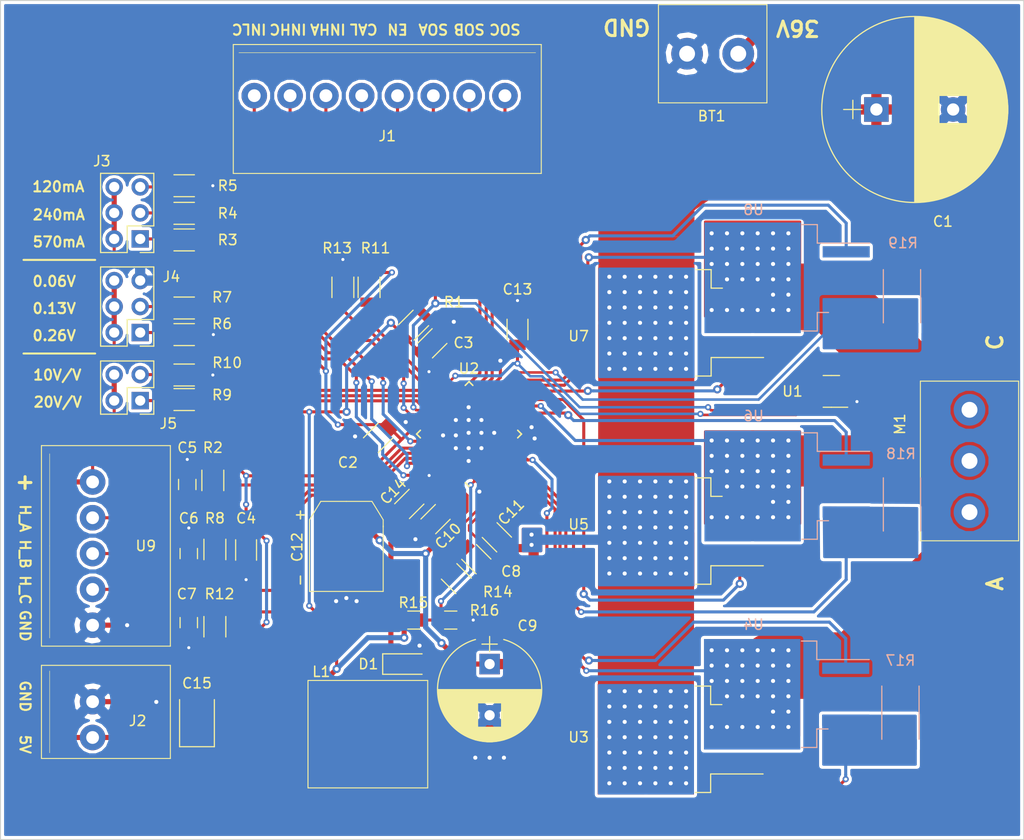
<source format=kicad_pcb>
(kicad_pcb (version 20171130) (host pcbnew "(5.0.1)-3")
  (layers (0 F.Cu signal hide) (31 B.Cu signal hide) (34 B.Paste user hide) (35 F.Paste user) (36 B.SilkS user) (37 F.SilkS user) (38 B.Mask user hide) (39 F.Mask user hide) (44 Edge.Cuts user))
  (net 0 "")
  (net 1 36V)
  (net 2 SNA)
  (net 3 DVDD)
  (net 4 VREF)
  (net 5 Hall_A)
  (net 6 Hall_B)
  (net 7 Hall_C)
  (net 8 "Net-(C8-Pad2)")
  (net 9 "Net-(C8-Pad1)")
  (net 10 "Net-(C11-Pad1)")
  (net 11 "Net-(C14-Pad2)")
  (net 12 "Net-(C14-Pad1)")
  (net 13 INHA)
  (net 14 INHC)
  (net 15 INLC)
  (net 16 CAL)
  (net 17 SOC)
  (net 18 SOB)
  (net 19 SOA)
  (net 20 ENABLE)
  (net 21 "Net-(J3-Pad1)")
  (net 22 IDRIVE)
  (net 23 "Net-(J3-Pad3)")
  (net 24 "Net-(J3-Pad5)")
  (net 25 VDS)
  (net 26 "Net-(J4-Pad3)")
  (net 27 "Net-(J4-Pad1)")
  (net 28 GAIN)
  (net 29 "Net-(J5-Pad3)")
  (net 30 "Net-(J5-Pad1)")
  (net 31 "Net-(M1-Pad2)")
  (net 32 "Net-(M1-Pad1)")
  (net 33 "Net-(M1-Pad3)")
  (net 34 "Net-(R11-Pad2)")
  (net 35 "Net-(R13-Pad1)")
  (net 36 "Net-(R14-Pad1)")
  (net 37 "Net-(R15-Pad2)")
  (net 38 SPA)
  (net 39 SPB)
  (net 40 SPC)
  (net 41 GHA)
  (net 42 GLA)
  (net 43 GLB)
  (net 44 GHB)
  (net 45 GHC)
  (net 46 GLC)
  (net 47 "Net-(U2-Pad46)")
  (net 48 "Net-(U1-Pad3)")
  (module myLib:PhoenixContact_1935776_2-Pin-Connector_32A_P5mm (layer F.Cu) (at 184.6 70.2 180)
    (fp_text reference BT1 (at 0.1 -6.1 180) (layer F.SilkS))
    (fp_text value Battery)
    (pad 2 thru_hole circle (at 2.5 0 180) (size 3.1 3.1) (drill 1.55) (layers *.Cu *.Mask) (net 2 SNA))
    (pad 1 thru_hole circle (at -2.5 0 180) (size 3.1 3.1) (drill 1.55) (layers *.Cu *.Mask) (net 1 36V))
  )
  (module Capacitors_THT:CP_Radial_D18.0mm_P7.50mm (layer F.Cu) (at 200.6 75.65)
    (fp_text reference C1 (at 6.5 10.95) (layer F.SilkS))
    (fp_text value 2200uF)
    (pad 1 thru_hole rect (at 0 0) (size 2.4 2.4) (drill 1.2) (layers *.Cu *.Mask) (net 1 36V))
    (pad 2 thru_hole circle (at 7.5 0) (size 2.4 2.4) (drill 1.2) (layers *.Cu *.Mask) (net 2 SNA))
  )
  (module Capacitors_SMD:C_1206 (layer F.Cu) (at 151.9 107.75 225)
    (fp_text reference C2 (at 3.783021 0.388909) (layer F.SilkS))
    (fp_text value "1uF 50V")
    (pad 1 smd rect (at -1.5 0 225) (size 1 1.6) (layers F.Cu F.Paste F.Mask) (net 3 DVDD))
    (pad 2 smd rect (at 1.5 0 225) (size 1 1.6) (layers F.Cu F.Paste F.Mask) (net 2 SNA))
  )
  (module Capacitors_SMD:C_1206 (layer F.Cu) (at 157.2 98.5 225)
    (fp_text reference C3 (at -2.192031 -2.12132) (layer F.SilkS))
    (fp_text value "0.1uF 25V")
    (pad 1 smd rect (at -1.5 0 225) (size 1 1.6) (layers F.Cu F.Paste F.Mask) (net 2 SNA))
    (pad 2 smd rect (at 1.5 0 225) (size 1 1.6) (layers F.Cu F.Paste F.Mask) (net 4 VREF))
  )
  (module Capacitors_SMD:C_1206 (layer F.Cu) (at 139 118.7 270)
    (fp_text reference C4 (at -3.1 0) (layer F.SilkS))
    (fp_text value "0.1uF 25V")
    (pad 1 smd rect (at -1.5 0 270) (size 1 1.6) (layers F.Cu F.Paste F.Mask) (net 3 DVDD))
    (pad 2 smd rect (at 1.5 0 270) (size 1 1.6) (layers F.Cu F.Paste F.Mask) (net 2 SNA))
  )
  (module Capacitors_SMD:C_0805 (layer F.Cu) (at 133.25 112.3 90)
    (fp_text reference C5 (at 3.6 0 180) (layer F.SilkS))
    (fp_text value 10nF)
    (pad 1 smd rect (at -1 0 90) (size 1 1.25) (layers F.Cu F.Paste F.Mask) (net 5 Hall_A))
    (pad 2 smd rect (at 1 0 90) (size 1 1.25) (layers F.Cu F.Paste F.Mask) (net 2 SNA))
  )
  (module Capacitors_SMD:C_0805 (layer F.Cu) (at 133.4 119.05 90)
    (fp_text reference C6 (at 3.45 0 180) (layer F.SilkS))
    (fp_text value 10nF)
    (pad 1 smd rect (at -1 0 90) (size 1 1.25) (layers F.Cu F.Paste F.Mask) (net 6 Hall_B))
    (pad 2 smd rect (at 1 0 90) (size 1 1.25) (layers F.Cu F.Paste F.Mask) (net 2 SNA))
  )
  (module Capacitors_SMD:C_0805 (layer F.Cu) (at 133.4 125.8 270)
    (fp_text reference C7 (at -2.8 0.2) (layer F.SilkS))
    (fp_text value 10nF)
    (pad 1 smd rect (at -1 0 270) (size 1 1.25) (layers F.Cu F.Paste F.Mask) (net 7 Hall_C))
    (pad 2 smd rect (at 1 0 270) (size 1 1.25) (layers F.Cu F.Paste F.Mask) (net 2 SNA))
  )
  (module Capacitors_SMD:C_1206 (layer F.Cu) (at 161.5 119.6 315)
    (fp_text reference C8 (at 3.252691 -1.555635 180) (layer F.SilkS))
    (fp_text value "47nF 250V")
    (pad 1 smd rect (at -1.5 0 315) (size 1 1.6) (layers F.Cu F.Paste F.Mask) (net 9 "Net-(C8-Pad1)"))
    (pad 2 smd rect (at 1.5 0 315) (size 1 1.6) (layers F.Cu F.Paste F.Mask) (net 8 "Net-(C8-Pad2)"))
  )
  (module Capacitors_THT:CP_Radial_D10.0mm_P5.00mm (layer F.Cu) (at 162.8 129.85 270)
    (fp_text reference C9 (at -3.75 -3.7) (layer F.SilkS))
    (fp_text value "33uF 100V")
    (pad 1 thru_hole rect (at 0 0 270) (size 2 2) (drill 1) (layers *.Cu *.Mask) (net 1 36V))
    (pad 2 thru_hole circle (at 5 0 270) (size 2 2) (drill 1) (layers *.Cu *.Mask) (net 2 SNA))
  )
  (module Capacitors_SMD:C_1206 (layer F.Cu) (at 157.51434 115.68566 225)
    (fp_text reference C10 (at 0.303123 -2.05061 45) (layer F.SilkS))
    (fp_text value "0.1uF 100V")
    (pad 1 smd rect (at -1.5 0 225) (size 1 1.6) (layers F.Cu F.Paste F.Mask) (net 1 36V))
    (pad 2 smd rect (at 1.5 0 225) (size 1 1.6) (layers F.Cu F.Paste F.Mask) (net 2 SNA))
  )
  (module Capacitors_SMD:C_1206 (layer F.Cu) (at 163.51066 117.46066 315)
    (fp_text reference C11 (at -0.757538 -2.722361 45) (layer F.SilkS))
    (fp_text value "1uF 50V")
    (pad 1 smd rect (at -1.5 0 315) (size 1 1.6) (layers F.Cu F.Paste F.Mask) (net 10 "Net-(C11-Pad1)"))
    (pad 2 smd rect (at 1.5 0 315) (size 1 1.6) (layers F.Cu F.Paste F.Mask) (net 1 36V))
  )
  (module myLib:CP_Elec_6.6x6.6mm (layer F.Cu) (at 148.8 118.35 180)
    (fp_text reference C12 (at 4.808326 -0.070711 90) (layer F.SilkS))
    (fp_text value "4.7uF 80V")
    (fp_text user - (at 4.560839 -3.288047 -90) (layer F.SilkS))
    (fp_text user + (at 4.560839 3.075914 -90) (layer F.SilkS))
    (pad 1 smd rect (at 0 2.5 180) (size 1.6 3.2) (layers F.Cu F.Paste F.Mask) (net 1 36V))
    (pad 2 smd rect (at 0 -2.5 180) (size 1.6 3.2) (layers F.Cu F.Paste F.Mask) (net 2 SNA))
  )
  (module Capacitors_SMD:C_1206 (layer F.Cu) (at 165.525 97.15 90)
    (fp_text reference C13 (at 3.925 0 180) (layer F.SilkS))
    (fp_text value "0.1uF 25V")
    (pad 1 smd rect (at -1.5 0 90) (size 1 1.6) (layers F.Cu F.Paste F.Mask) (net 4 VREF))
    (pad 2 smd rect (at 1.5 0 90) (size 1 1.6) (layers F.Cu F.Paste F.Mask) (net 2 SNA))
  )
  (module Capacitors_SMD:C_1206 (layer F.Cu) (at 154.95 114.2 45)
    (fp_text reference C14 (at -0.247487 -1.979899 45) (layer F.SilkS))
    (fp_text value "0.1uF 25V")
    (pad 1 smd rect (at -1.5 0 45) (size 1 1.6) (layers F.Cu F.Paste F.Mask) (net 12 "Net-(C14-Pad1)"))
    (pad 2 smd rect (at 1.5 0 45) (size 1 1.6) (layers F.Cu F.Paste F.Mask) (net 11 "Net-(C14-Pad2)"))
  )
  (module myLib:CP_Tantalum_Case-3528 (layer F.Cu) (at 134.2 135.325 90)
    (fp_text reference C15 (at 3.6 0 180) (layer F.SilkS))
    (fp_text value "15uF 25V")
    (pad 1 smd rect (at -1.5 0 90) (size 1.6 2.7) (layers F.Cu F.Paste F.Mask) (net 4 VREF))
    (pad 2 smd rect (at 1.5 0 90) (size 1.6 2.7) (layers F.Cu F.Paste F.Mask) (net 2 SNA))
  )
  (module Diodes_SMD:D_SOD-123F (layer F.Cu) (at 154.55 129.85)
    (fp_text reference D1 (at -3.6 0 180) (layer F.SilkS))
    (fp_text value "570mV, 1A")
    (pad 1 smd rect (at -1.399999 0) (size 1.1 1.1) (layers F.Cu F.Paste F.Mask) (net 11 "Net-(C14-Pad2)"))
    (pad 2 smd rect (at 1.399999 0) (size 1.1 1.1) (layers F.Cu F.Paste F.Mask) (net 2 SNA))
  )
  (module myLib:PhoenixContact_1985027_8-Pin-Connector_8A_P3.5mm (layer F.Cu) (at 152.8 75.6 180)
    (fp_text reference J1 (at 0 -2.65 180) (layer F.SilkS))
    (fp_text value Conn_01x08)
    (pad 1 thru_hole circle (at -11.5 1.3 180) (size 2.5 2.5) (drill 1.25) (layers *.Cu *.Mask) (net 17 SOC))
    (pad 2 thru_hole circle (at -8 1.3 180) (size 2.5 2.5) (drill 1.25) (layers *.Cu *.Mask) (net 18 SOB))
    (pad 3 thru_hole circle (at -4.5 1.3 180) (size 2.5 2.5) (drill 1.25) (layers *.Cu *.Mask) (net 19 SOA))
    (pad 4 thru_hole circle (at -1 1.3 180) (size 2.5 2.5) (drill 1.25) (layers *.Cu *.Mask) (net 20 ENABLE))
    (pad 5 thru_hole circle (at 2.5 1.3 180) (size 2.5 2.5) (drill 1.25) (layers *.Cu *.Mask) (net 16 CAL))
    (pad 6 thru_hole circle (at 6 1.3 180) (size 2.5 2.5) (drill 1.25) (layers *.Cu *.Mask) (net 13 INHA))
    (pad 7 thru_hole circle (at 9.5 1.3 180) (size 2.5 2.5) (drill 1.25) (layers *.Cu *.Mask) (net 14 INHC))
    (pad 8 thru_hole circle (at 13 1.3 180) (size 2.5 2.5) (drill 1.25) (layers *.Cu *.Mask) (net 15 INLC))
  )
  (module myLib:PhoenixContact_1984963_2-Pin-Connector_8A_P3.5mm (layer F.Cu) (at 125.3 134.525 270)
    (fp_text reference J2 (at 0.875 -3.1) (layer F.SilkS))
    (fp_text value Conn_01x02)
    (pad 1 thru_hole circle (at -1 1.3 270) (size 2.5 2.5) (drill 1.25) (layers *.Cu *.Mask) (net 2 SNA))
    (pad 2 thru_hole circle (at 2.5 1.3 270) (size 2.5 2.5) (drill 1.25) (layers *.Cu *.Mask) (net 4 VREF))
  )
  (module Pin_Headers:Pin_Header_Straight_2x03_Pitch2.54mm (layer F.Cu) (at 128.65 88.3 180)
    (fp_text reference J3 (at 3.75 7.6 180) (layer F.SilkS))
    (fp_text value Conn_02x03_Odd_Even)
    (pad 1 thru_hole rect (at 0 0 180) (size 1.7 1.7) (drill 1) (layers *.Cu *.Mask) (net 21 "Net-(J3-Pad1)"))
    (pad 2 thru_hole oval (at 2.54 0 180) (size 1.7 1.7) (drill 1) (layers *.Cu *.Mask) (net 22 IDRIVE))
    (pad 3 thru_hole oval (at 0 2.54 180) (size 1.7 1.7) (drill 1) (layers *.Cu *.Mask) (net 23 "Net-(J3-Pad3)"))
    (pad 4 thru_hole oval (at 2.54 2.54 180) (size 1.7 1.7) (drill 1) (layers *.Cu *.Mask) (net 22 IDRIVE))
    (pad 5 thru_hole oval (at 0 5.08 180) (size 1.7 1.7) (drill 1) (layers *.Cu *.Mask) (net 24 "Net-(J3-Pad5)"))
    (pad 6 thru_hole oval (at 2.54 5.08 180) (size 1.7 1.7) (drill 1) (layers *.Cu *.Mask) (net 22 IDRIVE))
  )
  (module Pin_Headers:Pin_Header_Straight_2x03_Pitch2.54mm (layer F.Cu) (at 128.65 97.45 180)
    (fp_text reference J4 (at -3.05 5.45 180) (layer F.SilkS))
    (fp_text value Conn_02x03_Odd_Even)
    (pad 1 thru_hole rect (at 0 0 180) (size 1.7 1.7) (drill 1) (layers *.Cu *.Mask) (net 27 "Net-(J4-Pad1)"))
    (pad 2 thru_hole oval (at 2.54 0 180) (size 1.7 1.7) (drill 1) (layers *.Cu *.Mask) (net 25 VDS))
    (pad 3 thru_hole oval (at 0 2.54 180) (size 1.7 1.7) (drill 1) (layers *.Cu *.Mask) (net 26 "Net-(J4-Pad3)"))
    (pad 4 thru_hole oval (at 2.54 2.54 180) (size 1.7 1.7) (drill 1) (layers *.Cu *.Mask) (net 25 VDS))
    (pad 5 thru_hole oval (at 0 5.08 180) (size 1.7 1.7) (drill 1) (layers *.Cu *.Mask) (net 2 SNA))
    (pad 6 thru_hole oval (at 2.54 5.08 180) (size 1.7 1.7) (drill 1) (layers *.Cu *.Mask) (net 25 VDS))
  )
  (module Pin_Headers:Pin_Header_Straight_2x02_Pitch2.54mm (layer F.Cu) (at 128.65 104.1 180)
    (fp_text reference J5 (at -2.75 -2.25 180) (layer F.SilkS))
    (fp_text value Conn_02x02_Odd_Even)
    (pad 1 thru_hole rect (at 0 0 180) (size 1.7 1.7) (drill 1) (layers *.Cu *.Mask) (net 30 "Net-(J5-Pad1)"))
    (pad 2 thru_hole oval (at 2.54 0 180) (size 1.7 1.7) (drill 1) (layers *.Cu *.Mask) (net 28 GAIN))
    (pad 3 thru_hole oval (at 0 2.54 180) (size 1.7 1.7) (drill 1) (layers *.Cu *.Mask) (net 29 "Net-(J5-Pad3)"))
    (pad 4 thru_hole oval (at 2.54 2.54 180) (size 1.7 1.7) (drill 1) (layers *.Cu *.Mask) (net 28 GAIN))
  )
  (module myLib:CLF10060NIT-221M-D (layer F.Cu) (at 150.9 136.7)
    (fp_text reference L1 (at -4.55 -6.1) (layer F.SilkS))
    (fp_text value 220uH)
    (pad 2 smd rect (at -3.95 0) (size 3.3 3.7) (layers F.Cu F.Paste F.Mask) (net 4 VREF))
    (pad 1 smd rect (at 3.95 0) (size 3.3 3.7) (layers F.Cu F.Paste F.Mask) (net 11 "Net-(C14-Pad2)"))
  )
  (module myLib:PhoenixContact_1991309_3-Pin-Connector_32A_P5mm (layer F.Cu) (at 209.7 110 90)
    (fp_text reference M1 (at 3.6 -6.8 90) (layer F.SilkS))
    (fp_text value BLDC_Motor)
    (pad 3 thru_hole circle (at 5 0 90) (size 3.1 3.1) (drill 1.55) (layers *.Cu *.Mask) (net 33 "Net-(M1-Pad3)"))
    (pad 1 thru_hole circle (at -5 0 90) (size 3.1 3.1) (drill 1.55) (layers *.Cu *.Mask) (net 32 "Net-(M1-Pad1)"))
    (pad 2 thru_hole circle (at 0 0 90) (size 3.1 3.1) (drill 1.55) (layers *.Cu *.Mask) (net 31 "Net-(M1-Pad2)"))
  )
  (module Resistors_SMD:R_1206 (layer F.Cu) (at 155.374695 96.725305 45)
    (fp_text reference R1 (at 4.366816 1.184404 -180) (layer F.SilkS))
    (fp_text value 10K)
    (pad 1 smd rect (at -1.45 0 45) (size 0.9 1.7) (layers F.Cu F.Paste F.Mask) (net 4 VREF))
    (pad 2 smd rect (at 1.45 0 45) (size 0.9 1.7) (layers F.Cu F.Paste F.Mask) (net 20 ENABLE))
  )
  (module Resistors_SMD:R_1206 (layer F.Cu) (at 135.75 111.9 270)
    (fp_text reference R2 (at -3.2 0) (layer F.SilkS))
    (fp_text value 10K)
    (pad 1 smd rect (at -1.45 0 270) (size 0.9 1.7) (layers F.Cu F.Paste F.Mask) (net 3 DVDD))
    (pad 2 smd rect (at 1.45 0 270) (size 0.9 1.7) (layers F.Cu F.Paste F.Mask) (net 5 Hall_A))
  )
  (module Resistors_SMD:R_1206 (layer F.Cu) (at 132.95 88.4)
    (fp_text reference R3 (at 4.25 0) (layer F.SilkS))
    (fp_text value 18K)
    (pad 1 smd rect (at -1.45 0) (size 0.9 1.7) (layers F.Cu F.Paste F.Mask) (net 21 "Net-(J3-Pad1)"))
    (pad 2 smd rect (at 1.45 0) (size 0.9 1.7) (layers F.Cu F.Paste F.Mask) (net 3 DVDD))
  )
  (module Resistors_SMD:R_1206 (layer F.Cu) (at 132.95 85.8)
    (fp_text reference R4 (at 4.25 0) (layer F.SilkS))
    (fp_text value 75K)
    (pad 1 smd rect (at -1.45 0) (size 0.9 1.7) (layers F.Cu F.Paste F.Mask) (net 23 "Net-(J3-Pad3)"))
    (pad 2 smd rect (at 1.45 0) (size 0.9 1.7) (layers F.Cu F.Paste F.Mask) (net 3 DVDD))
  )
  (module Resistors_SMD:R_1206 (layer F.Cu) (at 132.95 83.1)
    (fp_text reference R5 (at 4.25 0) (layer F.SilkS))
    (fp_text value 1M)
    (pad 1 smd rect (at -1.45 0) (size 0.9 1.7) (layers F.Cu F.Paste F.Mask) (net 24 "Net-(J3-Pad5)"))
    (pad 2 smd rect (at 1.45 0) (size 0.9 1.7) (layers F.Cu F.Paste F.Mask) (net 2 SNA))
  )
  (module Resistors_SMD:R_1206 (layer F.Cu) (at 132.95 97.65)
    (fp_text reference R6 (at 3.7 -1.05) (layer F.SilkS))
    (fp_text value 75K)
    (pad 1 smd rect (at -1.45 0) (size 0.9 1.7) (layers F.Cu F.Paste F.Mask) (net 27 "Net-(J4-Pad1)"))
    (pad 2 smd rect (at 1.45 0) (size 0.9 1.7) (layers F.Cu F.Paste F.Mask) (net 2 SNA))
  )
  (module Resistors_SMD:R_1206 (layer F.Cu) (at 132.95 95.05)
    (fp_text reference R7 (at 3.7 -1.05) (layer F.SilkS))
    (fp_text value 18K)
    (pad 1 smd rect (at -1.45 0) (size 0.9 1.7) (layers F.Cu F.Paste F.Mask) (net 26 "Net-(J4-Pad3)"))
    (pad 2 smd rect (at 1.45 0) (size 0.9 1.7) (layers F.Cu F.Paste F.Mask) (net 2 SNA))
  )
  (module Resistors_SMD:R_1206 (layer F.Cu) (at 135.95 118.65 270)
    (fp_text reference R8 (at -3.05 0) (layer F.SilkS))
    (fp_text value 10K)
    (pad 1 smd rect (at -1.45 0 270) (size 0.9 1.7) (layers F.Cu F.Paste F.Mask) (net 3 DVDD))
    (pad 2 smd rect (at 1.45 0 270) (size 0.9 1.7) (layers F.Cu F.Paste F.Mask) (net 6 Hall_B))
  )
  (module Resistors_SMD:R_1206 (layer F.Cu) (at 132.95 104)
    (fp_text reference R9 (at 3.7 -0.45) (layer F.SilkS))
    (fp_text value 1M)
    (pad 1 smd rect (at -1.45 0) (size 0.9 1.7) (layers F.Cu F.Paste F.Mask) (net 30 "Net-(J5-Pad1)"))
    (pad 2 smd rect (at 1.45 0) (size 0.9 1.7) (layers F.Cu F.Paste F.Mask) (net 2 SNA))
  )
  (module Resistors_SMD:R_1206 (layer F.Cu) (at 132.95 101.6)
    (fp_text reference R10 (at 4.2 -1.2) (layer F.SilkS))
    (fp_text value 47K)
    (pad 1 smd rect (at -1.45 0) (size 0.9 1.7) (layers F.Cu F.Paste F.Mask) (net 29 "Net-(J5-Pad3)"))
    (pad 2 smd rect (at 1.45 0) (size 0.9 1.7) (layers F.Cu F.Paste F.Mask) (net 2 SNA))
  )
  (module Resistors_SMD:R_1206 (layer F.Cu) (at 151.02 93.03 270)
    (fp_text reference R11 (at -3.83 -0.63 180) (layer F.SilkS))
    (fp_text value 10K)
    (pad 1 smd rect (at -1.45 0 270) (size 0.9 1.7) (layers F.Cu F.Paste F.Mask) (net 3 DVDD))
    (pad 2 smd rect (at 1.45 0 270) (size 0.9 1.7) (layers F.Cu F.Paste F.Mask) (net 34 "Net-(R11-Pad2)"))
  )
  (module Resistors_SMD:R_1206 (layer F.Cu) (at 135.95 126.2 90)
    (fp_text reference R12 (at 3.2 0.45 180) (layer F.SilkS))
    (fp_text value 10K)
    (pad 1 smd rect (at -1.45 0 90) (size 0.9 1.7) (layers F.Cu F.Paste F.Mask) (net 3 DVDD))
    (pad 2 smd rect (at 1.45 0 90) (size 0.9 1.7) (layers F.Cu F.Paste F.Mask) (net 7 Hall_C))
  )
  (module Resistors_SMD:R_1206 (layer F.Cu) (at 148.46 93.03 90)
    (fp_text reference R13 (at 3.83 -0.56 180) (layer F.SilkS))
    (fp_text value 1M)
    (pad 1 smd rect (at -1.45 0 90) (size 0.9 1.7) (layers F.Cu F.Paste F.Mask) (net 35 "Net-(R13-Pad1)"))
    (pad 2 smd rect (at 1.45 0 90) (size 0.9 1.7) (layers F.Cu F.Paste F.Mask) (net 2 SNA))
  )
  (module Resistors_SMD:R_1206 (layer F.Cu) (at 159.55 121.5 315)
    (fp_text reference R14 (at 3.783021 -1.944544) (layer F.SilkS))
    (fp_text value 100K)
    (pad 1 smd rect (at -1.45 0 315) (size 0.9 1.7) (layers F.Cu F.Paste F.Mask) (net 36 "Net-(R14-Pad1)"))
    (pad 2 smd rect (at 1.45 0 315) (size 0.9 1.7) (layers F.Cu F.Paste F.Mask) (net 1 36V))
  )
  (module Resistors_SMD:R_0805 (layer F.Cu) (at 155.4 125.55)
    (fp_text reference R15 (at -0.05 -1.7) (layer F.SilkS))
    (fp_text value 57.6K)
    (pad 1 smd rect (at -0.95 0) (size 0.7 1.3) (layers F.Cu F.Paste F.Mask) (net 4 VREF))
    (pad 2 smd rect (at 0.95 0) (size 0.7 1.3) (layers F.Cu F.Paste F.Mask) (net 37 "Net-(R15-Pad2)"))
  )
  (module Resistors_SMD:R_0805 (layer F.Cu) (at 159 125.55)
    (fp_text reference R16 (at 3.3 -0.95) (layer F.SilkS))
    (fp_text value 10.4K)
    (pad 1 smd rect (at -0.95 0) (size 0.7 1.3) (layers F.Cu F.Paste F.Mask) (net 37 "Net-(R15-Pad2)"))
    (pad 2 smd rect (at 0.95 0) (size 0.7 1.3) (layers F.Cu F.Paste F.Mask) (net 2 SNA))
  )
  (module Resistors_SMD:R_2512 (layer B.Cu) (at 202.95 134.6 90)
    (fp_text reference R17 (at 5.1 0 180) (layer B.SilkS) (effects (justify mirror)))
    (fp_text value 2milli)
    (pad 1 smd rect (at -3.1 0 90) (size 1 3.2) (layers B.Cu B.Paste B.Mask) (net 38 SPA))
    (pad 2 smd rect (at 3.1 0 90) (size 1 3.2) (layers B.Cu B.Paste B.Mask) (net 2 SNA))
  )
  (module Resistors_SMD:R_2512 (layer B.Cu) (at 203.1 114.25 90)
    (fp_text reference R18 (at 4.95 -0.1 180) (layer B.SilkS) (effects (justify mirror)))
    (fp_text value 2milli)
    (pad 1 smd rect (at -3.1 0 90) (size 1 3.2) (layers B.Cu B.Paste B.Mask) (net 39 SPB))
    (pad 2 smd rect (at 3.1 0 90) (size 1 3.2) (layers B.Cu B.Paste B.Mask) (net 2 SNA))
  )
  (module Resistors_SMD:R_2512 (layer B.Cu) (at 203.1 93.9 90)
    (fp_text reference R19 (at 5.2 0.1 180) (layer B.SilkS) (effects (justify mirror)))
    (fp_text value 2milli)
    (pad 1 smd rect (at -3.1 0 90) (size 1 3.2) (layers B.Cu B.Paste B.Mask) (net 40 SPC))
    (pad 2 smd rect (at 3.1 0 90) (size 1 3.2) (layers B.Cu B.Paste B.Mask) (net 2 SNA))
  )
  (module myLib:SOT-23-5 (layer F.Cu) (at 196.2 103.2 180)
    (fp_text reference U1 (at 3.8 0) (layer F.SilkS))
    (fp_text value LM26CIM5-VHA)
    (pad 5 smd rect (at 1.3 0.95 180) (size 1.1 0.6) (layers F.Cu F.Paste F.Mask) (net 20 ENABLE))
    (pad 4 smd rect (at 1.3 -0.95 180) (size 1.1 0.6) (layers F.Cu F.Paste F.Mask) (net 4 VREF))
    (pad 3 smd rect (at -1.3 0.95 180) (size 1.1 0.6) (layers F.Cu F.Paste F.Mask) (net 48 "Net-(U1-Pad3)"))
    (pad 1 smd rect (at -1.3 -0.95 180) (size 1.1 0.6) (layers F.Cu F.Paste F.Mask) (net 2 SNA))
    (pad 2 smd rect (at -1.3 0 180) (size 1.1 0.6) (layers F.Cu F.Paste F.Mask) (net 2 SNA))
  )
  (module myLib:TI-RGZ-QFN-48-1EP_7x7mm_Pitch0.5mm (layer F.Cu) (at 160.7896 107.3708 135)
    (fp_text reference U2 (at 4.532837 4.51219 180) (layer F.SilkS))
    (fp_text value DRV8323RH)
    (pad 49 smd rect (at -1.93125 -1.93125 135) (size 1.2875 1.2875) (layers F.Cu F.Paste F.Mask) (net 2 SNA))
    (pad 49 smd rect (at -1.93125 -0.64375 135) (size 1.2875 1.2875) (layers F.Cu F.Paste F.Mask) (net 2 SNA))
    (pad 49 smd rect (at -1.93125 0.64375 135) (size 1.2875 1.2875) (layers F.Cu F.Paste F.Mask) (net 2 SNA))
    (pad 49 smd rect (at -1.93125 1.93125 135) (size 1.2875 1.2875) (layers F.Cu F.Paste F.Mask) (net 2 SNA))
    (pad 49 smd rect (at -0.64375 -1.93125 135) (size 1.2875 1.2875) (layers F.Cu F.Paste F.Mask) (net 2 SNA))
    (pad 49 smd rect (at -0.64375 -0.64375 135) (size 1.2875 1.2875) (layers F.Cu F.Paste F.Mask) (net 2 SNA))
    (pad 49 smd rect (at -0.64375 0.64375 135) (size 1.2875 1.2875) (layers F.Cu F.Paste F.Mask) (net 2 SNA))
    (pad 49 smd rect (at -0.64375 1.93125 135) (size 1.2875 1.2875) (layers F.Cu F.Paste F.Mask) (net 2 SNA))
    (pad 49 smd rect (at 0.64375 -1.93125 135) (size 1.2875 1.2875) (layers F.Cu F.Paste F.Mask) (net 2 SNA))
    (pad 49 smd rect (at 0.64375 -0.64375 135) (size 1.2875 1.2875) (layers F.Cu F.Paste F.Mask) (net 2 SNA))
    (pad 49 smd rect (at 0.64375 0.64375 135) (size 1.2875 1.2875) (layers F.Cu F.Paste F.Mask) (net 2 SNA))
    (pad 49 smd rect (at 0.64375 1.93125 135) (size 1.2875 1.2875) (layers F.Cu F.Paste F.Mask) (net 2 SNA))
    (pad 49 smd rect (at 1.93125 -1.93125 135) (size 1.2875 1.2875) (layers F.Cu F.Paste F.Mask) (net 2 SNA))
    (pad 49 smd rect (at 1.93125 -0.64375 135) (size 1.2875 1.2875) (layers F.Cu F.Paste F.Mask) (net 2 SNA))
    (pad 49 smd rect (at 1.93125 0.64375 135) (size 1.2875 1.2875) (layers F.Cu F.Paste F.Mask) (net 2 SNA))
    (pad 49 smd rect (at 1.93125 1.93125 135) (size 1.2875 1.2875) (layers F.Cu F.Paste F.Mask) (net 2 SNA))
    (pad 48 smd rect (at -2.75 -3.475 225) (size 0.85 0.28) (layers F.Cu F.Paste F.Mask) (net 36 "Net-(R14-Pad1)"))
    (pad 47 smd rect (at -2.25 -3.475 225) (size 0.85 0.28) (layers F.Cu F.Paste F.Mask) (net 1 36V))
    (pad 46 smd rect (at -1.75 -3.475 225) (size 0.85 0.28) (layers F.Cu F.Paste F.Mask) (net 47 "Net-(U2-Pad46)"))
    (pad 45 smd rect (at -1.25 -3.475001 225) (size 0.85 0.28) (layers F.Cu F.Paste F.Mask) (net 11 "Net-(C14-Pad2)"))
    (pad 44 smd rect (at -0.75 -3.475 225) (size 0.85 0.28) (layers F.Cu F.Paste F.Mask) (net 12 "Net-(C14-Pad1)"))
    (pad 43 smd rect (at -0.25 -3.475 225) (size 0.85 0.28) (layers F.Cu F.Paste F.Mask) (net 2 SNA))
    (pad 42 smd rect (at 0.25 -3.475 225) (size 0.85 0.28) (layers F.Cu F.Paste F.Mask) (net 15 INLC))
    (pad 41 smd rect (at 0.75 -3.475 225) (size 0.85 0.28) (layers F.Cu F.Paste F.Mask) (net 14 INHC))
    (pad 40 smd rect (at 1.25 -3.475001 225) (size 0.85 0.28) (layers F.Cu F.Paste F.Mask) (net 7 Hall_C))
    (pad 39 smd rect (at 1.75 -3.475 225) (size 0.85 0.28) (layers F.Cu F.Paste F.Mask) (net 6 Hall_B))
    (pad 38 smd rect (at 2.25 -3.475 225) (size 0.85 0.28) (layers F.Cu F.Paste F.Mask) (net 5 Hall_A))
    (pad 37 smd rect (at 2.75 -3.475 225) (size 0.85 0.28) (layers F.Cu F.Paste F.Mask) (net 13 INHA))
    (pad 36 smd rect (at 3.475 -2.75 135) (size 0.85 0.28) (layers F.Cu F.Paste F.Mask) (net 3 DVDD))
    (pad 35 smd rect (at 3.475 -2.25 135) (size 0.85 0.28) (layers F.Cu F.Paste F.Mask) (net 2 SNA))
    (pad 34 smd rect (at 3.475 -1.75 135) (size 0.85 0.28) (layers F.Cu F.Paste F.Mask) (net 16 CAL))
    (pad 33 smd rect (at 3.475001 -1.25 135) (size 0.85 0.28) (layers F.Cu F.Paste F.Mask) (net 20 ENABLE))
    (pad 32 smd rect (at 3.475 -0.75 135) (size 0.85 0.28) (layers F.Cu F.Paste F.Mask) (net 28 GAIN))
    (pad 31 smd rect (at 3.475 -0.25 135) (size 0.85 0.28) (layers F.Cu F.Paste F.Mask) (net 25 VDS))
    (pad 30 smd rect (at 3.475 0.25 135) (size 0.85 0.28) (layers F.Cu F.Paste F.Mask) (net 22 IDRIVE))
    (pad 29 smd rect (at 3.475 0.75 135) (size 0.85 0.28) (layers F.Cu F.Paste F.Mask) (net 35 "Net-(R13-Pad1)"))
    (pad 28 smd rect (at 3.475001 1.25 135) (size 0.85 0.28) (layers F.Cu F.Paste F.Mask) (net 34 "Net-(R11-Pad2)"))
    (pad 27 smd rect (at 3.475 1.75 135) (size 0.85 0.28) (layers F.Cu F.Paste F.Mask) (net 2 SNA))
    (pad 26 smd rect (at 3.475 2.25 135) (size 0.85 0.28) (layers F.Cu F.Paste F.Mask) (net 4 VREF))
    (pad 25 smd rect (at 3.475 2.75 135) (size 0.85 0.28) (layers F.Cu F.Paste F.Mask) (net 19 SOA))
    (pad 24 smd rect (at 2.75 3.475 225) (size 0.85 0.28) (layers F.Cu F.Paste F.Mask) (net 18 SOB))
    (pad 23 smd rect (at 2.25 3.475 225) (size 0.85 0.28) (layers F.Cu F.Paste F.Mask) (net 17 SOC))
    (pad 22 smd rect (at 1.75 3.475 225) (size 0.85 0.28) (layers F.Cu F.Paste F.Mask) (net 2 SNA))
    (pad 21 smd rect (at 1.25 3.475001 225) (size 0.85 0.28) (layers F.Cu F.Paste F.Mask) (net 40 SPC))
    (pad 20 smd rect (at 0.75 3.475 225) (size 0.85 0.28) (layers F.Cu F.Paste F.Mask) (net 46 GLC))
    (pad 19 smd rect (at 0.25 3.475 225) (size 0.85 0.28) (layers F.Cu F.Paste F.Mask) (net 33 "Net-(M1-Pad3)"))
    (pad 18 smd rect (at -0.25 3.475 225) (size 0.85 0.28) (layers F.Cu F.Paste F.Mask) (net 45 GHC))
    (pad 17 smd rect (at -0.75 3.475 225) (size 0.85 0.28) (layers F.Cu F.Paste F.Mask) (net 44 GHB))
    (pad 16 smd rect (at -1.25 3.475001 225) (size 0.85 0.28) (layers F.Cu F.Paste F.Mask) (net 31 "Net-(M1-Pad2)"))
    (pad 15 smd rect (at -1.75 3.475 225) (size 0.85 0.28) (layers F.Cu F.Paste F.Mask) (net 43 GLB))
    (pad 14 smd rect (at -2.25 3.475 225) (size 0.85 0.28) (layers F.Cu F.Paste F.Mask) (net 39 SPB))
    (pad 13 smd rect (at -2.75 3.475 225) (size 0.85 0.28) (layers F.Cu F.Paste F.Mask) (net 2 SNA))
    (pad 12 smd rect (at -3.475 2.75 135) (size 0.85 0.28) (layers F.Cu F.Paste F.Mask) (net 2 SNA))
    (pad 11 smd rect (at -3.475 2.25 135) (size 0.85 0.28) (layers F.Cu F.Paste F.Mask) (net 38 SPA))
    (pad 10 smd rect (at -3.475 1.75 135) (size 0.85 0.28) (layers F.Cu F.Paste F.Mask) (net 42 GLA))
    (pad 9 smd rect (at -3.475001 1.25 135) (size 0.85 0.28) (layers F.Cu F.Paste F.Mask) (net 32 "Net-(M1-Pad1)"))
    (pad 8 smd rect (at -3.475 0.75 135) (size 0.85 0.28) (layers F.Cu F.Paste F.Mask) (net 41 GHA))
    (pad 7 smd rect (at -3.475 0.25 135) (size 0.85 0.28) (layers F.Cu F.Paste F.Mask) (net 1 36V))
    (pad 6 smd rect (at -3.475 -0.25 135) (size 0.85 0.28) (layers F.Cu F.Paste F.Mask) (net 1 36V))
    (pad 5 smd rect (at -3.475 -0.75 135) (size 0.85 0.28) (layers F.Cu F.Paste F.Mask) (net 10 "Net-(C11-Pad1)"))
    (pad 4 smd rect (at -3.475001 -1.25 135) (size 0.85 0.28) (layers F.Cu F.Paste F.Mask) (net 8 "Net-(C8-Pad2)"))
    (pad 3 smd rect (at -3.475 -1.75 135) (size 0.85 0.28) (layers F.Cu F.Paste F.Mask) (net 9 "Net-(C8-Pad1)"))
    (pad 2 smd rect (at -3.475 -2.25 135) (size 0.85 0.28) (layers F.Cu F.Paste F.Mask) (net 2 SNA))
    (pad 1 smd rect (at -3.474 -2.75 135) (size 0.85 0.28) (layers F.Cu F.Paste F.Mask) (net 37 "Net-(R15-Pad2)"))
  )
  (module myLib:TO-263-2 (layer F.Cu) (at 181.45 137.2 180)
    (fp_text reference U3 (at 9.95 0.2 180) (layer F.SilkS))
    (fp_text value IPB029N06N)
    (pad 1 smd rect (at -5.775 -2.54 180) (size 4.6 1.1) (layers F.Cu F.Paste F.Mask) (net 41 GHA))
    (pad 3 smd rect (at -5.775 2.54 180) (size 4.6 1.1) (layers F.Cu F.Paste F.Mask) (net 32 "Net-(M1-Pad1)"))
    (pad 2 smd rect (at 3.375 0 180) (size 9.4 10.8) (layers F.Cu F.Mask) (net 1 36V))
    (pad 2 smd rect (at 5.8 2.775 180) (size 4.55 5.25) (layers F.Cu F.Paste) (net 1 36V))
    (pad 2 smd rect (at 0.95 -2.775 180) (size 4.55 5.25) (layers F.Cu F.Paste) (net 1 36V))
    (pad 2 smd rect (at 5.8 -2.775 180) (size 4.55 5.25) (layers F.Cu F.Paste) (net 1 36V))
    (pad 2 smd rect (at 0.95 2.775 180) (size 4.55 5.25) (layers F.Cu F.Paste) (net 1 36V))
  )
  (module myLib:TO-263-2 (layer B.Cu) (at 191.824999 132.799999 180)
    (fp_text reference U4 (at 3.224999 6.799999 180) (layer B.SilkS) (effects (justify mirror)))
    (fp_text value IPB029N06N)
    (pad 1 smd rect (at -5.775 2.54 180) (size 4.6 1.1) (layers B.Cu B.Paste B.Mask) (net 42 GLA))
    (pad 3 smd rect (at -5.775 -2.54 180) (size 4.6 1.1) (layers B.Cu B.Paste B.Mask) (net 38 SPA))
    (pad 2 smd rect (at 3.375 0 180) (size 9.4 10.8) (layers B.Cu B.Mask) (net 32 "Net-(M1-Pad1)"))
    (pad 2 smd rect (at 5.8 -2.775 180) (size 4.55 5.25) (layers B.Cu B.Paste) (net 32 "Net-(M1-Pad1)"))
    (pad 2 smd rect (at 0.95 2.775 180) (size 4.55 5.25) (layers B.Cu B.Paste) (net 32 "Net-(M1-Pad1)"))
    (pad 2 smd rect (at 5.8 2.775 180) (size 4.55 5.25) (layers B.Cu B.Paste) (net 32 "Net-(M1-Pad1)"))
    (pad 2 smd rect (at 0.95 -2.775 180) (size 4.55 5.25) (layers B.Cu B.Paste) (net 32 "Net-(M1-Pad1)"))
  )
  (module myLib:TO-263-2 (layer F.Cu) (at 181.474999 116.85 180)
    (fp_text reference U5 (at 9.974999 0.65 180) (layer F.SilkS))
    (fp_text value IPB029N06N)
    (pad 1 smd rect (at -5.775 -2.54 180) (size 4.6 1.1) (layers F.Cu F.Paste F.Mask) (net 44 GHB))
    (pad 3 smd rect (at -5.775 2.54 180) (size 4.6 1.1) (layers F.Cu F.Paste F.Mask) (net 31 "Net-(M1-Pad2)"))
    (pad 2 smd rect (at 3.375 0 180) (size 9.4 10.8) (layers F.Cu F.Mask) (net 1 36V))
    (pad 2 smd rect (at 5.8 2.775 180) (size 4.55 5.25) (layers F.Cu F.Paste) (net 1 36V))
    (pad 2 smd rect (at 0.95 -2.775 180) (size 4.55 5.25) (layers F.Cu F.Paste) (net 1 36V))
    (pad 2 smd rect (at 5.8 -2.775 180) (size 4.55 5.25) (layers F.Cu F.Paste) (net 1 36V))
    (pad 2 smd rect (at 0.95 2.775 180) (size 4.55 5.25) (layers F.Cu F.Paste) (net 1 36V))
  )
  (module myLib:TO-263-2 (layer B.Cu) (at 191.874999 112.45 180)
    (fp_text reference U6 (at 3.274999 6.85 180) (layer B.SilkS) (effects (justify mirror)))
    (fp_text value IPB029N06N)
    (pad 1 smd rect (at -5.775 2.54 180) (size 4.6 1.1) (layers B.Cu B.Paste B.Mask) (net 43 GLB))
    (pad 3 smd rect (at -5.775 -2.54 180) (size 4.6 1.1) (layers B.Cu B.Paste B.Mask) (net 39 SPB))
    (pad 2 smd rect (at 3.375 0 180) (size 9.4 10.8) (layers B.Cu B.Mask) (net 31 "Net-(M1-Pad2)"))
    (pad 2 smd rect (at 5.8 -2.775 180) (size 4.55 5.25) (layers B.Cu B.Paste) (net 31 "Net-(M1-Pad2)"))
    (pad 2 smd rect (at 0.95 2.775 180) (size 4.55 5.25) (layers B.Cu B.Paste) (net 31 "Net-(M1-Pad2)"))
    (pad 2 smd rect (at 5.8 2.775 180) (size 4.55 5.25) (layers B.Cu B.Paste) (net 31 "Net-(M1-Pad2)"))
    (pad 2 smd rect (at 0.95 -2.775 180) (size 4.55 5.25) (layers B.Cu B.Paste) (net 31 "Net-(M1-Pad2)"))
  )
  (module myLib:TO-263-2 (layer F.Cu) (at 181.5 96.5 180)
    (fp_text reference U7 (at 10 -1.3 180) (layer F.SilkS))
    (fp_text value IPB029N06N)
    (pad 1 smd rect (at -5.775 -2.54 180) (size 4.6 1.1) (layers F.Cu F.Paste F.Mask) (net 45 GHC))
    (pad 3 smd rect (at -5.775 2.54 180) (size 4.6 1.1) (layers F.Cu F.Paste F.Mask) (net 33 "Net-(M1-Pad3)"))
    (pad 2 smd rect (at 3.375 0 180) (size 9.4 10.8) (layers F.Cu F.Mask) (net 1 36V))
    (pad 2 smd rect (at 5.8 2.775 180) (size 4.55 5.25) (layers F.Cu F.Paste) (net 1 36V))
    (pad 2 smd rect (at 0.95 -2.775 180) (size 4.55 5.25) (layers F.Cu F.Paste) (net 1 36V))
    (pad 2 smd rect (at 5.8 -2.775 180) (size 4.55 5.25) (layers F.Cu F.Paste) (net 1 36V))
    (pad 2 smd rect (at 0.95 2.775 180) (size 4.55 5.25) (layers F.Cu F.Paste) (net 1 36V))
  )
  (module myLib:TO-263-2 (layer B.Cu) (at 191.874999 92.1 180)
    (fp_text reference U8 (at 3.274999 6.65 180) (layer B.SilkS) (effects (justify mirror)))
    (fp_text value IPB029N06N)
    (pad 1 smd rect (at -5.775 2.54 180) (size 4.6 1.1) (layers B.Cu B.Paste B.Mask) (net 46 GLC))
    (pad 3 smd rect (at -5.775 -2.54 180) (size 4.6 1.1) (layers B.Cu B.Paste B.Mask) (net 40 SPC))
    (pad 2 smd rect (at 3.375 0 180) (size 9.4 10.8) (layers B.Cu B.Mask) (net 33 "Net-(M1-Pad3)"))
    (pad 2 smd rect (at 5.8 -2.775 180) (size 4.55 5.25) (layers B.Cu B.Paste) (net 33 "Net-(M1-Pad3)"))
    (pad 2 smd rect (at 0.95 2.775 180) (size 4.55 5.25) (layers B.Cu B.Paste) (net 33 "Net-(M1-Pad3)"))
    (pad 2 smd rect (at 5.8 2.775 180) (size 4.55 5.25) (layers B.Cu B.Paste) (net 33 "Net-(M1-Pad3)"))
    (pad 2 smd rect (at 0.95 -2.775 180) (size 4.55 5.25) (layers B.Cu B.Paste) (net 33 "Net-(M1-Pad3)"))
  )
  (module myLib:PhoenixContact_1984992_5-Pin-Connector_8A_P3.5mm (layer F.Cu) (at 125.3 118.3 270)
    (fp_text reference U9 (at 0 -3.9) (layer F.SilkS))
    (fp_text value BLDC_Hall_Sensor)
    (pad 1 thru_hole circle (at -6.25 1.3 270) (size 2.5 2.5) (drill 1.25) (layers *.Cu *.Mask) (net 4 VREF))
    (pad 2 thru_hole circle (at -2.75 1.3 270) (size 2.5 2.5) (drill 1.25) (layers *.Cu *.Mask) (net 5 Hall_A))
    (pad 3 thru_hole circle (at 0.75 1.3 270) (size 2.5 2.5) (drill 1.25) (layers *.Cu *.Mask) (net 6 Hall_B))
    (pad 4 thru_hole circle (at 4.25 1.3 270) (size 2.5 2.5) (drill 1.25) (layers *.Cu *.Mask) (net 7 Hall_C))
    (pad 5 thru_hole circle (at 7.75 1.3 270) (size 2.5 2.5) (drill 1.25) (layers *.Cu *.Mask) (net 2 SNA))
  )
  (gr_text GND (at 117.4 126.1 270) (layer F.SilkS) (effects (font (size 1 1) (thickness 0.2))))
  (gr_text H_C (at 117.4 122.6 270) (layer F.SilkS) (effects (font (size 1 1) (thickness 0.2))))
  (gr_text H_B (at 117.4 119.1 270) (layer F.SilkS) (effects (font (size 1 1) (thickness 0.2))))
  (gr_text H_A (at 117.4 115.6 270) (layer F.SilkS) (effects (font (size 1 1) (thickness 0.2))))
  (gr_text + (at 117.4 112) (layer F.SilkS) (effects (font (size 1.5 1.5) (thickness 0.3))))
  (gr_text INLC (at 139.3 67.8 180) (layer F.SilkS) (effects (font (size 1 1) (thickness 0.2))))
  (gr_text INHC (at 143.1 67.8 180) (layer F.SilkS) (effects (font (size 1 1) (thickness 0.2))))
  (gr_text INHA (at 147 67.8 180) (layer F.SilkS) (effects (font (size 1 1) (thickness 0.2))))
  (gr_text CAL (at 150.5 67.8 180) (layer F.SilkS) (effects (font (size 1 1) (thickness 0.2))))
  (gr_text EN (at 153.8 67.8 180) (layer F.SilkS) (effects (font (size 1 1) (thickness 0.2))))
  (gr_text SOA (at 157.3 67.8 180) (layer F.SilkS) (effects (font (size 1 1) (thickness 0.2))))
  (gr_text SOB (at 160.8 67.8 180) (layer F.SilkS) (effects (font (size 1 1) (thickness 0.2))))
  (gr_text SOC (at 164.3 67.8 180) (layer F.SilkS) (effects (font (size 1 1) (thickness 0.2))))
  (gr_text GND (at 176.2 67.6 180) (layer F.SilkS) (effects (font (size 1.5 1.5) (thickness 0.3))))
  (gr_text 36V (at 192.9 67.7 180) (layer F.SilkS) (effects (font (size 1.5 1.5) (thickness 0.3))))
  (gr_text C (at 212.2 98.4 90) (layer F.SilkS) (effects (font (size 1.5 1.5) (thickness 0.3))))
  (gr_text A (at 212.2 122 90) (layer F.SilkS) (effects (font (size 1.5 1.5) (thickness 0.3))))
  (gr_text GND (at 117.4 133 270) (layer F.SilkS) (effects (font (size 1 1) (thickness 0.2))))
  (gr_text 5V (at 117.4 137.7 270) (layer F.SilkS) (effects (font (size 1 1) (thickness 0.2))))
  (gr_line (start 124.25 99.5) (end 117.25 99.5) (layer F.SilkS) (width 0.2))
  (gr_line (start 124.25 90.35) (end 117.25 90.35) (layer F.SilkS) (width 0.2))
  (gr_text 20V/V (at 120.6 104.25) (layer F.SilkS) (effects (font (size 1 1) (thickness 0.2))))
  (gr_text 10V/V (at 120.55 101.6) (layer F.SilkS) (effects (font (size 1 1) (thickness 0.2))))
  (gr_text 0.26V (at 120.25 97.75) (layer F.SilkS) (effects (font (size 1 1) (thickness 0.2))))
  (gr_text 0.13V (at 120.25 95.1) (layer F.SilkS) (effects (font (size 1 1) (thickness 0.2))))
  (gr_text 0.06V (at 120.25 92.45) (layer F.SilkS) (effects (font (size 1 1) (thickness 0.2))))
  (gr_text 570mA (at 120.7 88.6) (layer F.SilkS) (effects (font (size 1 1) (thickness 0.2))))
  (gr_text 240mA (at 120.7 85.95) (layer F.SilkS) (effects (font (size 1 1) (thickness 0.2))))
  (gr_text 120mA (at 120.65 83.2) (layer F.SilkS) (effects (font (size 1 1) (thickness 0.2))))
  (gr_line (start 215 147) (end 115 147) (layer Edge.Cuts) (width 0.1))
  (gr_line (start 215 65) (end 215 147) (layer Edge.Cuts) (width 0.1))
  (gr_line (start 115 65) (end 115 147) (layer Edge.Cuts) (width 0.1))
  (gr_line (start 215 65) (end 115 65) (layer Edge.Cuts) (width 0.1))
  (via (at 174.5 101) (size 0.8) (drill 0.4) (layers F.Cu B.Cu) (net 1))
  (via (at 176 101) (size 0.8) (drill 0.4) (layers F.Cu B.Cu) (net 1))
  (via (at 177.5 101) (size 0.8) (drill 0.4) (layers F.Cu B.Cu) (net 1))
  (via (at 179 101) (size 0.8) (drill 0.4) (layers F.Cu B.Cu) (net 1))
  (via (at 180.5 101) (size 0.8) (drill 0.4) (layers F.Cu B.Cu) (net 1))
  (via (at 180.5 99.5) (size 0.8) (drill 0.4) (layers F.Cu B.Cu) (net 1))
  (via (at 179 99.5) (size 0.8) (drill 0.4) (layers F.Cu B.Cu) (net 1))
  (via (at 177.5 99.5) (size 0.8) (drill 0.4) (layers F.Cu B.Cu) (net 1))
  (via (at 176 99.5) (size 0.8) (drill 0.4) (layers F.Cu B.Cu) (net 1))
  (via (at 174.5 99.5) (size 0.8) (drill 0.4) (layers F.Cu B.Cu) (net 1))
  (via (at 174.5 98) (size 0.8) (drill 0.4) (layers F.Cu B.Cu) (net 1))
  (via (at 176 98) (size 0.8) (drill 0.4) (layers F.Cu B.Cu) (net 1))
  (via (at 177.5 98) (size 0.8) (drill 0.4) (layers F.Cu B.Cu) (net 1))
  (via (at 179 98) (size 0.8) (drill 0.4) (layers F.Cu B.Cu) (net 1))
  (via (at 180.5 98) (size 0.8) (drill 0.4) (layers F.Cu B.Cu) (net 1))
  (via (at 180.5 93.5) (size 0.8) (drill 0.4) (layers F.Cu B.Cu) (net 1))
  (via (at 179 93.5) (size 0.8) (drill 0.4) (layers F.Cu B.Cu) (net 1))
  (via (at 177.5 93.5) (size 0.8) (drill 0.4) (layers F.Cu B.Cu) (net 1))
  (via (at 176 93.5) (size 0.8) (drill 0.4) (layers F.Cu B.Cu) (net 1))
  (via (at 174.5 96.5) (size 0.8) (drill 0.4) (layers F.Cu B.Cu) (net 1))
  (via (at 176 96.5) (size 0.8) (drill 0.4) (layers F.Cu B.Cu) (net 1))
  (via (at 177.5 96.5) (size 0.8) (drill 0.4) (layers F.Cu B.Cu) (net 1))
  (via (at 179 96.5) (size 0.8) (drill 0.4) (layers F.Cu B.Cu) (net 1))
  (via (at 180.5 96.5) (size 0.8) (drill 0.4) (layers F.Cu B.Cu) (net 1))
  (via (at 180.5 95) (size 0.8) (drill 0.4) (layers F.Cu B.Cu) (net 1))
  (via (at 179 95) (size 0.8) (drill 0.4) (layers F.Cu B.Cu) (net 1))
  (via (at 177.5 95) (size 0.8) (drill 0.4) (layers F.Cu B.Cu) (net 1))
  (via (at 176 95) (size 0.8) (drill 0.4) (layers F.Cu B.Cu) (net 1))
  (via (at 174.5 95) (size 0.8) (drill 0.4) (layers F.Cu B.Cu) (net 1))
  (via (at 174.5 93.5) (size 0.8) (drill 0.4) (layers F.Cu B.Cu) (net 1))
  (via (at 174.5 92) (size 0.8) (drill 0.4) (layers F.Cu B.Cu) (net 1))
  (via (at 176 92) (size 0.8) (drill 0.4) (layers F.Cu B.Cu) (net 1))
  (via (at 177.5 92) (size 0.8) (drill 0.4) (layers F.Cu B.Cu) (net 1))
  (via (at 179 92) (size 0.8) (drill 0.4) (layers F.Cu B.Cu) (net 1))
  (via (at 180.5 92) (size 0.8) (drill 0.4) (layers F.Cu B.Cu) (net 1))
  (via (at 182 92) (size 0.8) (drill 0.4) (layers F.Cu B.Cu) (net 1))
  (via (at 182 93.5) (size 0.8) (drill 0.4) (layers F.Cu B.Cu) (net 1))
  (via (at 182 95) (size 0.8) (drill 0.4) (layers F.Cu B.Cu) (net 1))
  (via (at 182 96.5) (size 0.8) (drill 0.4) (layers F.Cu B.Cu) (net 1))
  (via (at 182 98) (size 0.8) (drill 0.4) (layers F.Cu B.Cu) (net 1))
  (via (at 182 99.5) (size 0.8) (drill 0.4) (layers F.Cu B.Cu) (net 1))
  (via (at 182 101) (size 0.8) (drill 0.4) (layers F.Cu B.Cu) (net 1))
  (via (at 176 119.5) (size 0.8) (drill 0.4) (layers F.Cu B.Cu) (net 1))
  (via (at 177.5 119.5) (size 0.8) (drill 0.4) (layers F.Cu B.Cu) (net 1))
  (via (at 179 119.5) (size 0.8) (drill 0.4) (layers F.Cu B.Cu) (net 1))
  (via (at 180.5 119.5) (size 0.8) (drill 0.4) (layers F.Cu B.Cu) (net 1))
  (via (at 180.5 118) (size 0.8) (drill 0.4) (layers F.Cu B.Cu) (net 1))
  (via (at 179 118) (size 0.8) (drill 0.4) (layers F.Cu B.Cu) (net 1))
  (via (at 177.5 118) (size 0.8) (drill 0.4) (layers F.Cu B.Cu) (net 1))
  (via (at 176 118) (size 0.8) (drill 0.4) (layers F.Cu B.Cu) (net 1))
  (via (at 176 116.5) (size 0.8) (drill 0.4) (layers F.Cu B.Cu) (net 1))
  (via (at 177.5 116.5) (size 0.8) (drill 0.4) (layers F.Cu B.Cu) (net 1))
  (via (at 179 116.5) (size 0.8) (drill 0.4) (layers F.Cu B.Cu) (net 1))
  (via (at 180.5 116.5) (size 0.8) (drill 0.4) (layers F.Cu B.Cu) (net 1))
  (via (at 180.5 115) (size 0.8) (drill 0.4) (layers F.Cu B.Cu) (net 1))
  (via (at 179 115) (size 0.8) (drill 0.4) (layers F.Cu B.Cu) (net 1))
  (via (at 177.5 115) (size 0.8) (drill 0.4) (layers F.Cu B.Cu) (net 1))
  (via (at 176 115) (size 0.8) (drill 0.4) (layers F.Cu B.Cu) (net 1))
  (via (at 176 113.5) (size 0.8) (drill 0.4) (layers F.Cu B.Cu) (net 1))
  (via (at 177.5 113.5) (size 0.8) (drill 0.4) (layers F.Cu B.Cu) (net 1))
  (via (at 179 113.5) (size 0.8) (drill 0.4) (layers F.Cu B.Cu) (net 1))
  (via (at 180.5 113.5) (size 0.8) (drill 0.4) (layers F.Cu B.Cu) (net 1))
  (via (at 182 113.5) (size 0.8) (drill 0.4) (layers F.Cu B.Cu) (net 1))
  (via (at 182 115) (size 0.8) (drill 0.4) (layers F.Cu B.Cu) (net 1))
  (via (at 182 116.5) (size 0.8) (drill 0.4) (layers F.Cu B.Cu) (net 1))
  (via (at 182 118) (size 0.8) (drill 0.4) (layers F.Cu B.Cu) (net 1))
  (via (at 182 119.5) (size 0.8) (drill 0.4) (layers F.Cu B.Cu) (net 1))
  (via (at 182 112) (size 0.8) (drill 0.4) (layers F.Cu B.Cu) (net 1))
  (via (at 180.5 112) (size 0.8) (drill 0.4) (layers F.Cu B.Cu) (net 1))
  (via (at 179 112) (size 0.8) (drill 0.4) (layers F.Cu B.Cu) (net 1))
  (via (at 177.5 112) (size 0.8) (drill 0.4) (layers F.Cu B.Cu) (net 1))
  (via (at 176 112) (size 0.8) (drill 0.4) (layers F.Cu B.Cu) (net 1))
  (via (at 174.5 112) (size 0.8) (drill 0.4) (layers F.Cu B.Cu) (net 1))
  (via (at 174.5 113.5) (size 0.8) (drill 0.4) (layers F.Cu B.Cu) (net 1))
  (via (at 174.5 115) (size 0.8) (drill 0.4) (layers F.Cu B.Cu) (net 1))
  (via (at 174.5 116.5) (size 0.8) (drill 0.4) (layers F.Cu B.Cu) (net 1))
  (via (at 174.5 118) (size 0.8) (drill 0.4) (layers F.Cu B.Cu) (net 1))
  (via (at 174.5 119.5) (size 0.8) (drill 0.4) (layers F.Cu B.Cu) (net 1))
  (via (at 174.5 121) (size 0.8) (drill 0.4) (layers F.Cu B.Cu) (net 1))
  (via (at 176 121) (size 0.8) (drill 0.4) (layers F.Cu B.Cu) (net 1))
  (via (at 177.5 121) (size 0.8) (drill 0.4) (layers F.Cu B.Cu) (net 1))
  (via (at 179 121) (size 0.8) (drill 0.4) (layers F.Cu B.Cu) (net 1))
  (via (at 180.5 121) (size 0.8) (drill 0.4) (layers F.Cu B.Cu) (net 1))
  (via (at 182 121) (size 0.8) (drill 0.4) (layers F.Cu B.Cu) (net 1))
  (via (at 180.5 135.5) (size 0.8) (drill 0.4) (layers F.Cu B.Cu) (net 1))
  (via (at 180.5 137) (size 0.8) (drill 0.4) (layers F.Cu B.Cu) (net 1))
  (via (at 180.5 138.5) (size 0.8) (drill 0.4) (layers F.Cu B.Cu) (net 1))
  (via (at 180.5 140) (size 0.8) (drill 0.4) (layers F.Cu B.Cu) (net 1))
  (via (at 179 140) (size 0.8) (drill 0.4) (layers F.Cu B.Cu) (net 1))
  (via (at 179 138.5) (size 0.8) (drill 0.4) (layers F.Cu B.Cu) (net 1))
  (via (at 179 137) (size 0.8) (drill 0.4) (layers F.Cu B.Cu) (net 1))
  (via (at 179 135.5) (size 0.8) (drill 0.4) (layers F.Cu B.Cu) (net 1))
  (via (at 177.5 135.5) (size 0.8) (drill 0.4) (layers F.Cu B.Cu) (net 1))
  (via (at 177.5 137) (size 0.8) (drill 0.4) (layers F.Cu B.Cu) (net 1))
  (via (at 177.5 138.5) (size 0.8) (drill 0.4) (layers F.Cu B.Cu) (net 1))
  (via (at 177.5 140) (size 0.8) (drill 0.4) (layers F.Cu B.Cu) (net 1))
  (via (at 176 140) (size 0.8) (drill 0.4) (layers F.Cu B.Cu) (net 1))
  (via (at 176 138.5) (size 0.8) (drill 0.4) (layers F.Cu B.Cu) (net 1))
  (via (at 176 137) (size 0.8) (drill 0.4) (layers F.Cu B.Cu) (net 1))
  (via (at 176 135.5) (size 0.8) (drill 0.4) (layers F.Cu B.Cu) (net 1))
  (via (at 176 134) (size 0.8) (drill 0.4) (layers F.Cu B.Cu) (net 1))
  (via (at 177.5 134) (size 0.8) (drill 0.4) (layers F.Cu B.Cu) (net 1))
  (via (at 179 134) (size 0.8) (drill 0.4) (layers F.Cu B.Cu) (net 1))
  (via (at 180.5 134) (size 0.8) (drill 0.4) (layers F.Cu B.Cu) (net 1))
  (via (at 174.5 140) (size 0.8) (drill 0.4) (layers F.Cu B.Cu) (net 1))
  (via (at 174.5 138.5) (size 0.8) (drill 0.4) (layers F.Cu B.Cu) (net 1))
  (via (at 174.5 137) (size 0.8) (drill 0.4) (layers F.Cu B.Cu) (net 1))
  (via (at 174.5 135.5) (size 0.8) (drill 0.4) (layers F.Cu B.Cu) (net 1))
  (via (at 174.5 134) (size 0.8) (drill 0.4) (layers F.Cu B.Cu) (net 1))
  (via (at 174.5 132.5) (size 0.8) (drill 0.4) (layers F.Cu B.Cu) (net 1))
  (via (at 176 132.5) (size 0.8) (drill 0.4) (layers F.Cu B.Cu) (net 1))
  (via (at 177.5 132.5) (size 0.8) (drill 0.4) (layers F.Cu B.Cu) (net 1))
  (via (at 179 132.5) (size 0.8) (drill 0.4) (layers F.Cu B.Cu) (net 1))
  (via (at 180.5 132.5) (size 0.8) (drill 0.4) (layers F.Cu B.Cu) (net 1))
  (via (at 182 134) (size 0.8) (drill 0.4) (layers F.Cu B.Cu) (net 1))
  (via (at 182 135.5) (size 0.8) (drill 0.4) (layers F.Cu B.Cu) (net 1))
  (via (at 182 137) (size 0.8) (drill 0.4) (layers F.Cu B.Cu) (net 1))
  (via (at 182 138.5) (size 0.8) (drill 0.4) (layers F.Cu B.Cu) (net 1))
  (via (at 182 140) (size 0.8) (drill 0.4) (layers F.Cu B.Cu) (net 1))
  (via (at 182 141.5) (size 0.8) (drill 0.4) (layers F.Cu B.Cu) (net 1))
  (via (at 180.5 141.5) (size 0.8) (drill 0.4) (layers F.Cu B.Cu) (net 1))
  (via (at 179 141.5) (size 0.8) (drill 0.4) (layers F.Cu B.Cu) (net 1))
  (via (at 177.5 141.5) (size 0.8) (drill 0.4) (layers F.Cu B.Cu) (net 1))
  (via (at 176 141.5) (size 0.8) (drill 0.4) (layers F.Cu B.Cu) (net 1))
  (via (at 174.5 141.5) (size 0.8) (drill 0.4) (layers F.Cu B.Cu) (net 1))
  (segment (start 164.57132 111.12425) (end 163.423573 109.976503) (width 0.8) (layer F.Cu) (net 1))
  (segment (start 164.57132 118.52132) (end 164.57132 111.12425) (width 0.8) (layer F.Cu) (net 1))
  (segment (start 164.57132 118.52132) (end 166.77868 118.52132) (width 0.8) (layer F.Cu) (net 1))
  (segment (start 166.77868 118.52132) (end 166.77868 118.52132) (width 0.8) (layer F.Cu) (net 1))
  (via (at 166.9 117.2) (size 0.8) (drill 0.4) (layers F.Cu B.Cu) (net 1))
  (via (at 166.9 118.2) (size 0.8) (drill 0.4) (layers F.Cu B.Cu) (net 1))
  (segment (start 166.9 117.7) (end 174.2 117.7) (width 1) (layer B.Cu) (net 1))
  (segment (start 166.9 117.7) (end 166.9 117.2) (width 1) (layer B.Cu) (net 1))
  (segment (start 166.9 118.2) (end 166.9 117.7) (width 1) (layer B.Cu) (net 1))
  (segment (start 174.2 117.7) (end 174.5 118) (width 1) (layer B.Cu) (net 1))
  (segment (start 164.8 129.85) (end 167.1 127.55) (width 1) (layer F.Cu) (net 1))
  (segment (start 162.8 129.85) (end 164.8 129.85) (width 1) (layer F.Cu) (net 1))
  (segment (start 161.5 123.45) (end 167.1 123.45) (width 0.3) (layer F.Cu) (net 1))
  (segment (start 160.575305 122.525305) (end 161.5 123.45) (width 0.3) (layer F.Cu) (net 1))
  (segment (start 167.1 127.55) (end 167.1 123.45) (width 1) (layer F.Cu) (net 1))
  (segment (start 167.1 123.45) (end 167.1 118.6) (width 1) (layer F.Cu) (net 1))
  (segment (start 159.1 114.1) (end 158.575 114.625) (width 0.3) (layer F.Cu) (net 1))
  (segment (start 159.923394 111.418986) (end 159.1 112.24238) (width 0.3) (layer F.Cu) (net 1))
  (segment (start 159.1 112.24238) (end 159.1 114.1) (width 0.3) (layer F.Cu) (net 1))
  (via (at 152.05 117.75) (size 0.8) (drill 0.4) (layers F.Cu B.Cu) (net 1))
  (segment (start 148.8 115.85) (end 150.15 115.85) (width 0.5) (layer F.Cu) (net 1))
  (segment (start 150.15 115.85) (end 152.05 117.75) (width 0.5) (layer F.Cu) (net 1))
  (via (at 156.55 119.05) (size 0.8) (drill 0.4) (layers F.Cu B.Cu) (net 1))
  (segment (start 152.05 117.75) (end 153.35 119.05) (width 0.5) (layer B.Cu) (net 1))
  (segment (start 153.35 119.05) (end 156.55 119.05) (width 0.5) (layer B.Cu) (net 1))
  (segment (start 158.575 117.025) (end 158.575 114.625) (width 0.5) (layer F.Cu) (net 1))
  (segment (start 156.55 119.05) (end 158.575 117.025) (width 0.5) (layer F.Cu) (net 1))
  (segment (start 162.8 129.85) (end 160.15 129.85) (width 0.5) (layer F.Cu) (net 1))
  (via (at 158.1 127.8) (size 0.8) (drill 0.4) (layers F.Cu B.Cu) (net 1))
  (segment (start 160.15 129.85) (end 158.1 127.8) (width 0.5) (layer F.Cu) (net 1))
  (segment (start 156.55 126.25) (end 156.55 119.05) (width 0.5) (layer B.Cu) (net 1))
  (segment (start 158.1 127.8) (end 156.55 126.25) (width 0.5) (layer B.Cu) (net 1))
  (via (at 182 132.5) (size 0.8) (drill 0.4) (layers F.Cu B.Cu) (net 1))
  (segment (start 180.5 134.425) (end 180.5 134) (width 0.3) (layer F.Cu) (net 1))
  (segment (start 180.5 134) (end 182.6 131.9) (width 0.3) (layer F.Cu) (net 1))
  (via (at 163.25 107.25) (size 0.8) (drill 0.4) (layers F.Cu B.Cu) (net 2))
  (via (at 162 108.75) (size 0.8) (drill 0.4) (layers F.Cu B.Cu) (net 2))
  (via (at 160.75 110) (size 0.8) (drill 0.4) (layers F.Cu B.Cu) (net 2))
  (via (at 160.75 108.75) (size 0.8) (drill 0.4) (layers F.Cu B.Cu) (net 2))
  (via (at 159.5 108.75) (size 0.8) (drill 0.4) (layers F.Cu B.Cu) (net 2))
  (via (at 158.25 107.5) (size 0.8) (drill 0.4) (layers F.Cu B.Cu) (net 2))
  (via (at 159.5 107.5) (size 0.8) (drill 0.4) (layers F.Cu B.Cu) (net 2))
  (via (at 159.5 106) (size 0.8) (drill 0.4) (layers F.Cu B.Cu) (net 2))
  (via (at 160.75 104.75) (size 0.8) (drill 0.4) (layers F.Cu B.Cu) (net 2))
  (via (at 160.75 106) (size 0.8) (drill 0.4) (layers F.Cu B.Cu) (net 2))
  (via (at 162 106) (size 0.8) (drill 0.4) (layers F.Cu B.Cu) (net 2))
  (via (at 162 107.25) (size 0.8) (drill 0.4) (layers F.Cu B.Cu) (net 2))
  (via (at 160.75 107.25) (size 0.8) (drill 0.4) (layers F.Cu B.Cu) (net 2))
  (segment (start 165.19134 107.883452) (end 165.907888 108.6) (width 0.3) (layer F.Cu) (net 2))
  (via (at 167.2 107.8) (size 0.8) (drill 0.4) (layers F.Cu B.Cu) (net 2))
  (segment (start 165.907888 108.6) (end 166.4 108.6) (width 0.3) (layer F.Cu) (net 2))
  (segment (start 166.4 108.6) (end 167.2 107.8) (width 0.3) (layer F.Cu) (net 2))
  (segment (start 165.19134 106.858148) (end 165.769478 106.28001) (width 0.3) (layer F.Cu) (net 2))
  (via (at 166.9 106.7) (size 0.8) (drill 0.4) (layers F.Cu B.Cu) (net 2))
  (segment (start 165.769478 106.28001) (end 166.48001 106.28001) (width 0.3) (layer F.Cu) (net 2))
  (segment (start 166.48001 106.28001) (end 166.9 106.7) (width 0.3) (layer F.Cu) (net 2))
  (segment (start 197.5 103.2) (end 197.5 104.15) (width 0.3) (layer F.Cu) (net 2))
  (via (at 198.7 104.2) (size 0.6) (drill 0.3) (layers F.Cu B.Cu) (net 2))
  (segment (start 197.5 104.15) (end 198.65 104.15) (width 0.3) (layer F.Cu) (net 2))
  (segment (start 198.65 104.15) (end 198.7 104.2) (width 0.3) (layer F.Cu) (net 2))
  (via (at 161.4 139) (size 0.8) (drill 0.4) (layers F.Cu B.Cu) (net 2))
  (via (at 164.2 139) (size 0.8) (drill 0.4) (layers F.Cu B.Cu) (net 2))
  (via (at 162.8 139) (size 0.8) (drill 0.4) (layers F.Cu B.Cu) (net 2))
  (segment (start 162.8 139) (end 162.8 134.85) (width 1) (layer F.Cu) (net 2))
  (via (at 161.2 125.55) (size 0.6) (drill 0.3) (layers F.Cu B.Cu) (net 2))
  (segment (start 159.95 125.55) (end 161.2 125.55) (width 0.3) (layer F.Cu) (net 2))
  (segment (start 133.9 133.525) (end 134.2 133.825) (width 0.5) (layer F.Cu) (net 2))
  (via (at 155.95 128.05) (size 0.8) (drill 0.4) (layers F.Cu B.Cu) (net 2))
  (segment (start 155.949999 129.85) (end 155.949999 128.050001) (width 0.5) (layer F.Cu) (net 2))
  (segment (start 155.949999 128.050001) (end 155.95 128.05) (width 0.5) (layer F.Cu) (net 2))
  (via (at 155.55 117.65) (size 0.8) (drill 0.4) (layers F.Cu B.Cu) (net 2))
  (segment (start 156.45368 116.74632) (end 155.55 117.65) (width 0.5) (layer F.Cu) (net 2))
  (segment (start 148.8 120.85) (end 148.8 123.4) (width 1) (layer F.Cu) (net 2))
  (via (at 149.8 123.7) (size 0.8) (drill 0.4) (layers F.Cu B.Cu) (net 2))
  (via (at 147.8 123.7) (size 0.8) (drill 0.4) (layers F.Cu B.Cu) (net 2))
  (segment (start 148.8 123.4) (end 148.8 123.4) (width 1) (layer F.Cu) (net 2))
  (via (at 148.8 123.4) (size 0.8) (drill 0.4) (layers F.Cu B.Cu) (net 2))
  (segment (start 161.655806 111.418986) (end 162.05 111.81318) (width 0.3) (layer F.Cu) (net 2))
  (via (at 161.8 113) (size 0.8) (drill 0.4) (layers F.Cu B.Cu) (net 2))
  (segment (start 162.05 111.81318) (end 162.05 112.75) (width 0.3) (layer F.Cu) (net 2))
  (segment (start 162.05 112.75) (end 161.8 113) (width 0.3) (layer F.Cu) (net 2))
  (via (at 133.4 116.55) (size 0.6) (drill 0.3) (layers F.Cu B.Cu) (net 2))
  (segment (start 133.4 118.05) (end 133.4 116.55) (width 0.3) (layer F.Cu) (net 2))
  (via (at 139 121.6) (size 0.6) (drill 0.3) (layers F.Cu B.Cu) (net 2))
  (segment (start 139 120.2) (end 139 121.6) (width 0.3) (layer F.Cu) (net 2))
  (via (at 133.4 128.25) (size 0.6) (drill 0.3) (layers F.Cu B.Cu) (net 2))
  (segment (start 133.4 126.8) (end 133.4 128.25) (width 0.3) (layer F.Cu) (net 2))
  (via (at 133.25 109.85) (size 0.6) (drill 0.3) (layers F.Cu B.Cu) (net 2))
  (segment (start 133.25 111.3) (end 133.25 109.85) (width 0.3) (layer F.Cu) (net 2))
  (segment (start 134.4 101.6) (end 134.4 104) (width 0.3) (layer F.Cu) (net 2))
  (segment (start 134.4 97.65) (end 134.4 95.05) (width 0.3) (layer F.Cu) (net 2))
  (via (at 135.75 83.1) (size 0.6) (drill 0.3) (layers F.Cu B.Cu) (net 2))
  (segment (start 134.4 83.1) (end 135.75 83.1) (width 0.3) (layer F.Cu) (net 2))
  (via (at 135.8 97.65) (size 0.6) (drill 0.3) (layers F.Cu B.Cu) (net 2))
  (segment (start 134.4 97.65) (end 135.8 97.65) (width 0.3) (layer F.Cu) (net 2))
  (via (at 135.75 101.6) (size 0.6) (drill 0.3) (layers F.Cu B.Cu) (net 2))
  (segment (start 134.4 101.6) (end 135.75 101.6) (width 0.3) (layer F.Cu) (net 2))
  (via (at 156.890052 111.42) (size 0.6) (drill 0.3) (layers F.Cu B.Cu) (net 2))
  (segment (start 158.509181 110.004773) (end 157.093954 111.42) (width 0.3) (layer F.Cu) (net 2))
  (segment (start 157.093954 111.42) (end 156.890052 111.42) (width 0.3) (layer F.Cu) (net 2))
  (via (at 149.65 107.6) (size 0.8) (drill 0.4) (layers F.Cu B.Cu) (net 2))
  (segment (start 150.83934 108.81066) (end 150.83934 108.78934) (width 0.3) (layer F.Cu) (net 2))
  (segment (start 150.83934 108.78934) (end 149.65 107.6) (width 0.3) (layer F.Cu) (net 2))
  (via (at 159.3 96.4) (size 0.8) (drill 0.4) (layers F.Cu B.Cu) (net 2))
  (segment (start 158.26066 97.43934) (end 159.3 96.4) (width 0.3) (layer F.Cu) (net 2))
  (via (at 156.875 101.275) (size 0.6) (drill 0.3) (layers F.Cu B.Cu) (net 2))
  (segment (start 157 101.4) (end 156.875 101.275) (width 0.3) (layer F.Cu) (net 2))
  (segment (start 159.569841 103.676167) (end 157.293674 101.4) (width 0.3) (layer F.Cu) (net 2))
  (segment (start 157.293674 101.4) (end 157 101.4) (width 0.3) (layer F.Cu) (net 2))
  (via (at 148.46 90.31) (size 0.6) (drill 0.3) (layers F.Cu B.Cu) (net 2))
  (segment (start 148.46 91.58) (end 148.46 90.31) (width 0.3) (layer F.Cu) (net 2))
  (via (at 154.6 106.2) (size 0.8) (drill 0.4) (layers F.Cu B.Cu) (net 2))
  (segment (start 154.90501 105.89499) (end 154.6 106.2) (width 0.25) (layer F.Cu) (net 2))
  (segment (start 156.741414 106.504594) (end 156.13181 105.89499) (width 0.25) (layer F.Cu) (net 2))
  (segment (start 156.13181 105.89499) (end 154.90501 105.89499) (width 0.25) (layer F.Cu) (net 2))
  (via (at 163.85 100.2) (size 0.8) (drill 0.4) (layers F.Cu B.Cu) (net 2))
  (segment (start 162.009359 103.676167) (end 163.85 101.835526) (width 0.3) (layer F.Cu) (net 2))
  (segment (start 163.85 101.835526) (end 163.85 100.2) (width 0.3) (layer F.Cu) (net 2))
  (via (at 165.525 94.325) (size 0.6) (drill 0.3) (layers F.Cu B.Cu) (net 2))
  (segment (start 165.525 95.65) (end 165.525 94.325) (width 0.3) (layer F.Cu) (net 2))
  (via (at 130.225 133.55) (size 0.8) (drill 0.4) (layers F.Cu B.Cu) (net 2))
  (segment (start 124 133.525) (end 130.2 133.525) (width 0.5) (layer F.Cu) (net 2))
  (segment (start 130.2 133.525) (end 130.225 133.55) (width 0.3) (layer F.Cu) (net 2))
  (segment (start 133.925 133.55) (end 134.2 133.825) (width 0.3) (layer F.Cu) (net 2))
  (segment (start 130.225 133.55) (end 133.925 133.55) (width 0.5) (layer F.Cu) (net 2))
  (via (at 127.375 126.05) (size 0.8) (drill 0.4) (layers F.Cu B.Cu) (net 2))
  (segment (start 124 126.05) (end 127.375 126.05) (width 0.5) (layer F.Cu) (net 2))
  (segment (start 159.8792 109.1292) (end 159.5 108.75) (width 0.3) (layer F.Cu) (net 2))
  (segment (start 159.8792 109.1916) (end 159.8792 109.1292) (width 0.3) (layer F.Cu) (net 2))
  (segment (start 161.7 109.1916) (end 162.6104 108.2812) (width 0.3) (layer F.Cu) (net 2))
  (segment (start 159.0312 108.2812) (end 159.5 108.75) (width 0.3) (layer F.Cu) (net 2))
  (segment (start 158.9688 108.2812) (end 159.0312 108.2812) (width 0.3) (layer F.Cu) (net 2))
  (segment (start 159.8792 105.55) (end 158.9688 106.4604) (width 0.3) (layer F.Cu) (net 2))
  (segment (start 162.15 106) (end 162.6104 106.4604) (width 0.3) (layer F.Cu) (net 2))
  (segment (start 162 106) (end 162.15 106) (width 0.3) (layer F.Cu) (net 2))
  (segment (start 137.1 117.2) (end 139 117.2) (width 0.3) (layer F.Cu) (net 3))
  (segment (start 135.95 117.2) (end 137.1 117.2) (width 0.3) (layer F.Cu) (net 3))
  (segment (start 134.4 88.4) (end 134.4 85.8) (width 0.3) (layer F.Cu) (net 3))
  (via (at 141 125.75) (size 0.6) (drill 0.3) (layers F.Cu B.Cu) (net 3))
  (segment (start 135.95 127.65) (end 139.1 127.65) (width 0.3) (layer F.Cu) (net 3))
  (segment (start 139.1 127.65) (end 141 125.75) (width 0.3) (layer F.Cu) (net 3))
  (segment (start 141 125.75) (end 141 125.325736) (width 0.3) (layer B.Cu) (net 3))
  (via (at 141 117.8) (size 0.6) (drill 0.3) (layers F.Cu B.Cu) (net 3))
  (segment (start 141 125.325736) (end 141 117.8) (width 0.3) (layer B.Cu) (net 3))
  (segment (start 140.4 117.2) (end 141 117.8) (width 0.3) (layer F.Cu) (net 3))
  (segment (start 139 117.2) (end 140.4 117.2) (width 0.3) (layer F.Cu) (net 3))
  (segment (start 135.75 110.45) (end 136.9 110.45) (width 0.3) (layer F.Cu) (net 3))
  (via (at 139 111.45) (size 0.6) (drill 0.3) (layers F.Cu B.Cu) (net 3))
  (segment (start 136.9 110.45) (end 138 110.45) (width 0.3) (layer F.Cu) (net 3))
  (segment (start 138 110.45) (end 139 111.45) (width 0.3) (layer F.Cu) (net 3))
  (segment (start 139 111.45) (end 139 111.874264) (width 0.3) (layer B.Cu) (net 3))
  (via (at 139 114.25) (size 0.6) (drill 0.3) (layers F.Cu B.Cu) (net 3))
  (segment (start 139 111.874264) (end 139 114.25) (width 0.3) (layer B.Cu) (net 3))
  (segment (start 139 114.25) (end 139 117.2) (width 0.3) (layer F.Cu) (net 3))
  (segment (start 155.879712 106.35) (end 156.38786 106.858148) (width 0.3) (layer F.Cu) (net 3))
  (segment (start 155.75 106.35) (end 155.879712 106.35) (width 0.3) (layer F.Cu) (net 3))
  (segment (start 139 111.45) (end 150.65 111.45) (width 0.3) (layer F.Cu) (net 3))
  (segment (start 154.12132 107.85) (end 152.96066 106.68934) (width 0.3) (layer F.Cu) (net 3))
  (segment (start 154.25 107.85) (end 154.12132 107.85) (width 0.3) (layer F.Cu) (net 3))
  (segment (start 154.25 107.85) (end 155.75 106.35) (width 0.3) (layer F.Cu) (net 3))
  (segment (start 150.65 111.45) (end 154.25 107.85) (width 0.3) (layer F.Cu) (net 3))
  (via (at 153.25 91.575) (size 0.6) (drill 0.3) (layers F.Cu B.Cu) (net 3))
  (segment (start 153.245 91.58) (end 153.25 91.575) (width 0.3) (layer F.Cu) (net 3))
  (segment (start 151.02 91.58) (end 153.245 91.58) (width 0.3) (layer F.Cu) (net 3))
  (via (at 146.8 101.225) (size 0.6) (drill 0.3) (layers F.Cu B.Cu) (net 3))
  (segment (start 137.6 88.4) (end 134.4 88.4) (width 0.3) (layer F.Cu) (net 3))
  (segment (start 141.95 92.75) (end 137.6 88.4) (width 0.3) (layer F.Cu) (net 3))
  (segment (start 141.95 96.35) (end 141.95 92.75) (width 0.3) (layer F.Cu) (net 3))
  (segment (start 146.8 101.2) (end 141.95 96.35) (width 0.3) (layer F.Cu) (net 3))
  (segment (start 146.8 98.025) (end 153.25 91.575) (width 0.3) (layer B.Cu) (net 3))
  (segment (start 146.8 101.225) (end 146.8 98.025) (width 0.3) (layer B.Cu) (net 3))
  (via (at 147.975 106.45) (size 0.6) (drill 0.3) (layers F.Cu B.Cu) (net 3))
  (segment (start 146.8 101.225) (end 146.8 105.275) (width 0.3) (layer B.Cu) (net 3))
  (segment (start 146.8 105.275) (end 147.975 106.45) (width 0.3) (layer B.Cu) (net 3))
  (segment (start 152.72132 106.45) (end 152.96066 106.68934) (width 0.3) (layer F.Cu) (net 3))
  (segment (start 147.975 106.45) (end 152.72132 106.45) (width 0.3) (layer F.Cu) (net 3))
  (segment (start 194.1 104.15) (end 192.75 105.5) (width 0.25) (layer F.Cu) (net 4))
  (segment (start 194.9 104.15) (end 194.1 104.15) (width 0.25) (layer F.Cu) (net 4))
  (via (at 183.4 105.4) (size 0.6) (drill 0.3) (layers F.Cu B.Cu) (net 4))
  (segment (start 192.75 105.5) (end 183.5 105.5) (width 0.25) (layer F.Cu) (net 4))
  (segment (start 183.5 105.5) (end 183.4 105.4) (width 0.25) (layer F.Cu) (net 4))
  (segment (start 134 137.025) (end 134.2 136.825) (width 0.5) (layer F.Cu) (net 4))
  (segment (start 124 137.025) (end 134 137.025) (width 0.5) (layer F.Cu) (net 4))
  (segment (start 156.13934 99.54056) (end 154.34939 97.75061) (width 0.3) (layer F.Cu) (net 4))
  (segment (start 156.16144 99.56066) (end 156.13934 99.56066) (width 0.3) (layer F.Cu) (net 4))
  (segment (start 158.10078 101.5) (end 156.16144 99.56066) (width 0.3) (layer F.Cu) (net 4))
  (segment (start 165.525 100.475) (end 165.525 98.65) (width 0.3) (layer F.Cu) (net 4))
  (segment (start 167.925 101.725) (end 166.775 101.725) (width 0.25) (layer B.Cu) (net 4))
  (segment (start 183.4 105.4) (end 171.6 105.4) (width 0.25) (layer B.Cu) (net 4))
  (segment (start 171.6 105.4) (end 167.925 101.725) (width 0.25) (layer B.Cu) (net 4))
  (via (at 165.525 100.475) (size 0.6) (drill 0.3) (layers F.Cu B.Cu) (net 4))
  (segment (start 166.775 101.725) (end 165.525 100.475) (width 0.25) (layer B.Cu) (net 4))
  (segment (start 165.100736 100.475) (end 163.900736 101.675) (width 0.3) (layer B.Cu) (net 4))
  (segment (start 165.525 100.475) (end 165.100736 100.475) (width 0.3) (layer B.Cu) (net 4))
  (via (at 159.45 101.675) (size 0.6) (drill 0.3) (layers F.Cu B.Cu) (net 4))
  (segment (start 163.900736 101.675) (end 159.45 101.675) (width 0.3) (layer B.Cu) (net 4))
  (segment (start 158.925 102.2) (end 158.925 102.32422) (width 0.25) (layer F.Cu) (net 4))
  (segment (start 159.45 101.675) (end 158.925 102.2) (width 0.25) (layer F.Cu) (net 4))
  (segment (start 159.923394 103.322614) (end 158.925 102.32422) (width 0.3) (layer F.Cu) (net 4))
  (segment (start 158.925 102.32422) (end 158.10078 101.5) (width 0.3) (layer F.Cu) (net 4))
  (segment (start 146.825 136.825) (end 146.95 136.7) (width 0.5) (layer F.Cu) (net 4))
  (segment (start 134.2 136.825) (end 146.825 136.825) (width 0.5) (layer F.Cu) (net 4))
  (via (at 154.45 127.275) (size 0.8) (drill 0.4) (layers F.Cu B.Cu) (net 4))
  (segment (start 154.45 125.55) (end 154.45 127.275) (width 0.5) (layer F.Cu) (net 4))
  (via (at 147.85 130.325) (size 0.8) (drill 0.4) (layers F.Cu B.Cu) (net 4))
  (segment (start 154.45 127.275) (end 150.9 127.275) (width 0.5) (layer B.Cu) (net 4))
  (segment (start 150.9 127.275) (end 147.85 130.325) (width 0.5) (layer B.Cu) (net 4))
  (segment (start 146.95 131.225) (end 146.95 136.7) (width 0.5) (layer F.Cu) (net 4))
  (segment (start 147.85 130.325) (end 146.95 131.225) (width 0.5) (layer F.Cu) (net 4))
  (segment (start 121.175 137.025) (end 124 137.025) (width 0.5) (layer F.Cu) (net 4))
  (segment (start 120.25 136.1) (end 121.175 137.025) (width 0.5) (layer F.Cu) (net 4))
  (segment (start 120.25 114.032234) (end 120.25 136.1) (width 0.5) (layer F.Cu) (net 4))
  (segment (start 124 112.05) (end 122.232234 112.05) (width 0.5) (layer F.Cu) (net 4))
  (segment (start 122.232234 112.05) (end 120.25 114.032234) (width 0.5) (layer F.Cu) (net 4))
  (via (at 153.15 96.5) (size 0.8) (drill 0.4) (layers F.Cu B.Cu) (net 4))
  (segment (start 154.34939 97.75061) (end 154.34939 97.69939) (width 0.3) (layer F.Cu) (net 4))
  (segment (start 154.34939 97.69939) (end 153.15 96.5) (width 0.3) (layer F.Cu) (net 4))
  (segment (start 153.15 96.5) (end 149.144999 100.505001) (width 0.3) (layer B.Cu) (net 4))
  (segment (start 149.144999 100.505001) (end 148.825 100.825) (width 0.3) (layer B.Cu) (net 4))
  (via (at 148.825 105.2) (size 0.8) (drill 0.4) (layers F.Cu B.Cu) (net 4))
  (segment (start 148.825 100.825) (end 148.825 105.2) (width 0.3) (layer B.Cu) (net 4))
  (segment (start 124 110.282234) (end 127.007234 107.275) (width 0.3) (layer F.Cu) (net 4))
  (segment (start 124 112.05) (end 124 110.282234) (width 0.3) (layer F.Cu) (net 4))
  (segment (start 127.007234 107.275) (end 135.9 107.275) (width 0.3) (layer F.Cu) (net 4))
  (segment (start 135.9 107.275) (end 137.975 105.2) (width 0.3) (layer F.Cu) (net 4))
  (segment (start 147.85 130.325) (end 147.85 126.825) (width 0.3) (layer F.Cu) (net 4))
  (via (at 145.175 124.15) (size 0.6) (drill 0.3) (layers F.Cu B.Cu) (net 4))
  (segment (start 147.85 126.825) (end 145.175 124.15) (width 0.3) (layer F.Cu) (net 4))
  (via (at 145.175 105.2) (size 0.6) (drill 0.3) (layers F.Cu B.Cu) (net 4))
  (segment (start 145.175 124.15) (end 145.175 105.2) (width 0.3) (layer B.Cu) (net 4))
  (segment (start 137.975 105.2) (end 145.175 105.2) (width 0.3) (layer F.Cu) (net 4))
  (segment (start 145.175 105.2) (end 148.825 105.2) (width 0.3) (layer F.Cu) (net 4))
  (segment (start 133.25 113.3) (end 130.7 113.3) (width 0.3) (layer F.Cu) (net 5))
  (segment (start 130.7 113.3) (end 128.45 115.55) (width 0.3) (layer F.Cu) (net 5))
  (segment (start 128.45 115.55) (end 124 115.55) (width 0.3) (layer F.Cu) (net 5))
  (segment (start 135.7 113.3) (end 135.75 113.35) (width 0.3) (layer F.Cu) (net 5))
  (segment (start 133.25 113.3) (end 135.7 113.3) (width 0.3) (layer F.Cu) (net 5))
  (segment (start 136.9 113.35) (end 135.75 113.35) (width 0.3) (layer F.Cu) (net 5))
  (segment (start 137.9 112.35) (end 136.9 113.35) (width 0.3) (layer F.Cu) (net 5))
  (segment (start 150.592328 112.35) (end 137.9 112.35) (width 0.3) (layer F.Cu) (net 5))
  (segment (start 154.192328 108.75) (end 150.592328 112.35) (width 0.3) (layer F.Cu) (net 5))
  (segment (start 156.22842 108.75) (end 154.192328 108.75) (width 0.3) (layer F.Cu) (net 5))
  (segment (start 156.741414 108.237006) (end 156.22842 108.75) (width 0.3) (layer F.Cu) (net 5))
  (segment (start 133.4 120.05) (end 130.65 120.05) (width 0.3) (layer F.Cu) (net 6))
  (segment (start 129.65 119.05) (end 124 119.05) (width 0.3) (layer F.Cu) (net 6))
  (segment (start 130.65 120.05) (end 129.65 119.05) (width 0.3) (layer F.Cu) (net 6))
  (segment (start 135.9 120.05) (end 135.95 120.1) (width 0.3) (layer F.Cu) (net 6))
  (segment (start 133.4 120.05) (end 135.9 120.05) (width 0.3) (layer F.Cu) (net 6))
  (segment (start 135.95 122.25) (end 135.95 120.1) (width 0.3) (layer F.Cu) (net 6))
  (segment (start 142.7 122.65) (end 136.35 122.65) (width 0.3) (layer F.Cu) (net 6))
  (segment (start 143.95 121.4) (end 142.7 122.65) (width 0.3) (layer F.Cu) (net 6))
  (segment (start 156.435526 109.25) (end 154.371164 109.25) (width 0.3) (layer F.Cu) (net 6))
  (segment (start 157.094967 108.590559) (end 156.435526 109.25) (width 0.3) (layer F.Cu) (net 6))
  (segment (start 154.371164 109.25) (end 150.771164 112.85) (width 0.3) (layer F.Cu) (net 6))
  (segment (start 150.771164 112.85) (end 145.2 112.85) (width 0.3) (layer F.Cu) (net 6))
  (segment (start 145.2 112.85) (end 143.95 114.1) (width 0.3) (layer F.Cu) (net 6))
  (segment (start 136.35 122.65) (end 135.95 122.25) (width 0.3) (layer F.Cu) (net 6))
  (segment (start 143.95 114.1) (end 143.95 121.4) (width 0.3) (layer F.Cu) (net 6))
  (segment (start 133.4 124.8) (end 131.6 124.8) (width 0.3) (layer F.Cu) (net 7))
  (segment (start 131.6 124.8) (end 129.35 122.55) (width 0.3) (layer F.Cu) (net 7))
  (segment (start 129.35 122.55) (end 124 122.55) (width 0.3) (layer F.Cu) (net 7))
  (segment (start 135.9 124.8) (end 135.95 124.75) (width 0.3) (layer F.Cu) (net 7))
  (segment (start 133.4 124.8) (end 135.9 124.8) (width 0.3) (layer F.Cu) (net 7))
  (segment (start 142.6 124.75) (end 135.95 124.75) (width 0.3) (layer F.Cu) (net 7))
  (segment (start 144.5 122.85) (end 142.6 124.75) (width 0.3) (layer F.Cu) (net 7))
  (segment (start 156.642633 109.75) (end 154.55 109.75) (width 0.3) (layer F.Cu) (net 7))
  (segment (start 157.44852 108.944113) (end 156.642633 109.75) (width 0.3) (layer F.Cu) (net 7))
  (segment (start 154.55 109.75) (end 150.95 113.35) (width 0.3) (layer F.Cu) (net 7))
  (segment (start 150.95 113.35) (end 145.4 113.35) (width 0.3) (layer F.Cu) (net 7))
  (segment (start 145.4 113.35) (end 144.5 114.25) (width 0.3) (layer F.Cu) (net 7))
  (segment (start 144.5 114.25) (end 144.5 122.85) (width 0.3) (layer F.Cu) (net 7))
  (segment (start 162.56066 119.853553) (end 162.7 119.714213) (width 0.25) (layer F.Cu) (net 8))
  (segment (start 162.56066 120.66066) (end 162.56066 119.853553) (width 0.25) (layer F.Cu) (net 8))
  (segment (start 162.7 119.714213) (end 162.7 118.7) (width 0.25) (layer F.Cu) (net 8))
  (segment (start 162.7 118.7) (end 160.8 116.8) (width 0.25) (layer F.Cu) (net 8))
  (segment (start 160.8 116.8) (end 160.8 116.3) (width 0.25) (layer F.Cu) (net 8))
  (segment (start 162.362913 110.71188) (end 163.1 111.448967) (width 0.25) (layer F.Cu) (net 8))
  (segment (start 163.1 114) (end 160.8 116.3) (width 0.25) (layer F.Cu) (net 8))
  (segment (start 163.1 111.448967) (end 163.1 114) (width 0.25) (layer F.Cu) (net 8))
  (segment (start 162.6 111.656074) (end 162.009359 111.065433) (width 0.25) (layer F.Cu) (net 9))
  (segment (start 162.6 113.8) (end 162.6 111.656074) (width 0.25) (layer F.Cu) (net 9))
  (segment (start 160.015077 116.384923) (end 162.6 113.8) (width 0.25) (layer F.Cu) (net 9))
  (segment (start 160.43934 118.53934) (end 160.015077 118.115077) (width 0.25) (layer F.Cu) (net 9))
  (segment (start 160.015077 118.115077) (end 160.015077 116.384923) (width 0.25) (layer F.Cu) (net 9))
  (segment (start 163.087696 110.729556) (end 162.716466 110.358326) (width 0.3) (layer F.Cu) (net 10))
  (segment (start 163.6 111.24186) (end 163.087696 110.729556) (width 0.3) (layer F.Cu) (net 10))
  (segment (start 163.6 114.442893) (end 163.6 111.24186) (width 0.3) (layer F.Cu) (net 10))
  (segment (start 162.45 116.4) (end 162.45 115.592893) (width 0.3) (layer F.Cu) (net 10))
  (segment (start 162.45 115.592893) (end 163.6 114.442893) (width 0.3) (layer F.Cu) (net 10))
  (segment (start 154.85 136.7) (end 154.85 133.25) (width 0.5) (layer F.Cu) (net 11))
  (segment (start 154.85 133.25) (end 153.150001 131.550001) (width 0.5) (layer F.Cu) (net 11))
  (segment (start 153.150001 131.550001) (end 153.150001 129.85) (width 0.5) (layer F.Cu) (net 11))
  (segment (start 156.01066 113.13934) (end 156.01066 115.13934) (width 0.5) (layer F.Cu) (net 11))
  (segment (start 153.150001 117.999999) (end 153.150001 129.85) (width 0.5) (layer F.Cu) (net 11))
  (segment (start 156.01066 115.13934) (end 153.150001 117.999999) (width 0.5) (layer F.Cu) (net 11))
  (segment (start 156.788827 113.13934) (end 156.01066 113.13934) (width 0.3) (layer F.Cu) (net 11))
  (segment (start 159.216287 110.71188) (end 156.788827 113.13934) (width 0.3) (layer F.Cu) (net 11))
  (segment (start 154.6 114.55) (end 154.6 112.55) (width 0.3) (layer F.Cu) (net 12))
  (segment (start 153.88934 115.26066) (end 154.6 114.55) (width 0.3) (layer F.Cu) (net 12))
  (segment (start 154.6 112.55) (end 155.65 111.5) (width 0.3) (layer F.Cu) (net 12))
  (segment (start 157.17106 112.05) (end 158.862734 110.358326) (width 0.3) (layer F.Cu) (net 12))
  (segment (start 155.65 111.5) (end 156 111.5) (width 0.3) (layer F.Cu) (net 12))
  (segment (start 156 111.5) (end 156.55 112.05) (width 0.3) (layer F.Cu) (net 12))
  (segment (start 156.55 112.05) (end 157.17106 112.05) (width 0.3) (layer F.Cu) (net 12))
  (via (at 155.05 108.075) (size 0.6) (drill 0.3) (layers F.Cu B.Cu) (net 13))
  (segment (start 156.196312 108.075) (end 156.38786 107.883452) (width 0.3) (layer F.Cu) (net 13))
  (segment (start 155.05 108.075) (end 156.196312 108.075) (width 0.3) (layer F.Cu) (net 13))
  (via (at 152.4 102.375) (size 0.6) (drill 0.3) (layers F.Cu B.Cu) (net 13))
  (segment (start 155.05 108.075) (end 152.4 105.425) (width 0.3) (layer B.Cu) (net 13))
  (segment (start 152.4 105.425) (end 152.4 102.375) (width 0.3) (layer B.Cu) (net 13))
  (segment (start 152.4 101.950736) (end 149.249264 98.8) (width 0.3) (layer F.Cu) (net 13))
  (segment (start 152.4 102.375) (end 152.4 101.950736) (width 0.3) (layer F.Cu) (net 13))
  (segment (start 149.249264 98.8) (end 147.3 98.8) (width 0.3) (layer F.Cu) (net 13))
  (segment (start 147.3 98.8) (end 144.025 95.525) (width 0.3) (layer F.Cu) (net 13))
  (segment (start 144.025 95.525) (end 144.025 81.975) (width 0.3) (layer F.Cu) (net 13))
  (segment (start 144.025 81.975) (end 146.8 79.2) (width 0.3) (layer F.Cu) (net 13))
  (segment (start 146.8 79.2) (end 146.8 74.4) (width 0.3) (layer F.Cu) (net 13))
  (segment (start 157.802074 109.297666) (end 156.86973 110.23001) (width 0.3) (layer F.Cu) (net 14))
  (via (at 154.725 110.5) (size 0.6) (drill 0.3) (layers F.Cu B.Cu) (net 14))
  (segment (start 156.86973 110.23001) (end 154.99499 110.23001) (width 0.3) (layer F.Cu) (net 14))
  (segment (start 154.99499 110.23001) (end 154.725 110.5) (width 0.3) (layer F.Cu) (net 14))
  (segment (start 154.725 110.5) (end 154.725 109.35) (width 0.3) (layer B.Cu) (net 14))
  (via (at 151.275 102.225) (size 0.6) (drill 0.3) (layers F.Cu B.Cu) (net 14))
  (segment (start 154.725 109.35) (end 151.275 105.9) (width 0.3) (layer B.Cu) (net 14))
  (segment (start 151.275 105.9) (end 151.275 102.225) (width 0.3) (layer B.Cu) (net 14))
  (segment (start 143.3 95.75) (end 143.3 83) (width 0.3) (layer F.Cu) (net 14))
  (segment (start 146.975 99.425) (end 143.3 95.75) (width 0.3) (layer F.Cu) (net 14))
  (segment (start 151.275 102.225) (end 148.475 99.425) (width 0.3) (layer F.Cu) (net 14))
  (segment (start 148.475 99.425) (end 146.975 99.425) (width 0.3) (layer F.Cu) (net 14))
  (segment (start 143.3 83) (end 143.3 75.2) (width 0.3) (layer F.Cu) (net 14))
  (segment (start 157.016847 110.789999) (end 155.635001 110.789999) (width 0.3) (layer F.Cu) (net 15))
  (segment (start 158.155627 109.651219) (end 157.016847 110.789999) (width 0.3) (layer F.Cu) (net 15))
  (via (at 154.375 111.4) (size 0.6) (drill 0.3) (layers F.Cu B.Cu) (net 15))
  (segment (start 155.635001 110.789999) (end 155.025 111.4) (width 0.3) (layer F.Cu) (net 15))
  (segment (start 155.025 111.4) (end 154.375 111.4) (width 0.3) (layer F.Cu) (net 15))
  (segment (start 154.375 111.4) (end 152.35 109.375) (width 0.3) (layer B.Cu) (net 15))
  (segment (start 152.35 109.375) (end 152.35 108.275) (width 0.3) (layer B.Cu) (net 15))
  (via (at 149.775 102.35) (size 0.6) (drill 0.3) (layers F.Cu B.Cu) (net 15))
  (segment (start 152.35 108.275) (end 149.775 105.7) (width 0.3) (layer B.Cu) (net 15))
  (segment (start 149.775 105.7) (end 149.775 102.35) (width 0.3) (layer B.Cu) (net 15))
  (segment (start 149.775 101.725) (end 148.075 100.025) (width 0.3) (layer F.Cu) (net 15))
  (segment (start 149.775 102.35) (end 149.775 101.725) (width 0.3) (layer F.Cu) (net 15))
  (segment (start 148.075 100.025) (end 146.55 100.025) (width 0.3) (layer F.Cu) (net 15))
  (segment (start 146.55 100.025) (end 142.625 96.1) (width 0.3) (layer F.Cu) (net 15))
  (segment (start 142.625 96.1) (end 142.625 83.425) (width 0.3) (layer F.Cu) (net 15))
  (segment (start 142.625 83.425) (end 142.625 81.025) (width 0.3) (layer F.Cu) (net 15))
  (segment (start 142.625 81.025) (end 139.8 78.2) (width 0.3) (layer F.Cu) (net 15))
  (segment (start 139.8 78.2) (end 139.8 75.1) (width 0.3) (layer F.Cu) (net 15))
  (segment (start 156.408906 105.46498) (end 155.31498 105.46498) (width 0.25) (layer F.Cu) (net 16))
  (segment (start 157.094967 106.151041) (end 156.408906 105.46498) (width 0.25) (layer F.Cu) (net 16))
  (via (at 154.4 104.8) (size 0.6) (drill 0.3) (layers F.Cu B.Cu) (net 16))
  (segment (start 155.31498 105.46498) (end 155.06498 105.46498) (width 0.25) (layer F.Cu) (net 16))
  (segment (start 155.06498 105.46498) (end 154.4 104.8) (width 0.25) (layer F.Cu) (net 16))
  (via (at 154.4 102.425) (size 0.6) (drill 0.3) (layers F.Cu B.Cu) (net 16))
  (segment (start 154.4 104.8) (end 154.4 102.425) (width 0.3) (layer B.Cu) (net 16))
  (segment (start 154.4 101.475) (end 151.15 98.225) (width 0.3) (layer F.Cu) (net 16))
  (segment (start 154.4 102.425) (end 154.4 101.475) (width 0.3) (layer F.Cu) (net 16))
  (segment (start 151.15 98.225) (end 147.475 98.225) (width 0.3) (layer F.Cu) (net 16))
  (segment (start 147.475 98.225) (end 144.575 95.325) (width 0.3) (layer F.Cu) (net 16))
  (segment (start 144.575 95.325) (end 144.575 85.625) (width 0.3) (layer F.Cu) (net 16))
  (segment (start 144.575 85.625) (end 150.3 79.9) (width 0.3) (layer F.Cu) (net 16))
  (segment (start 150.3 79.9) (end 150.3 74.4) (width 0.3) (layer F.Cu) (net 16))
  (segment (start 161.655806 103.322614) (end 163.05 101.92842) (width 0.3) (layer F.Cu) (net 17))
  (segment (start 163.05 101.92842) (end 163.05 85.675) (width 0.3) (layer F.Cu) (net 17))
  (segment (start 163.05 85.675) (end 163.05 79.15) (width 0.3) (layer F.Cu) (net 17))
  (segment (start 163.05 79.15) (end 164.3 77.9) (width 0.3) (layer F.Cu) (net 17))
  (segment (start 164.3 77.9) (end 164.3 74.4) (width 0.3) (layer F.Cu) (net 17))
  (segment (start 161.302252 102.96906) (end 162.47 101.801312) (width 0.3) (layer F.Cu) (net 18))
  (segment (start 162.47 101.801312) (end 162.47 86.11) (width 0.3) (layer F.Cu) (net 18))
  (segment (start 162.47 86.11) (end 162.47 81.37) (width 0.3) (layer F.Cu) (net 18))
  (segment (start 162.47 81.37) (end 160.8 79.7) (width 0.3) (layer F.Cu) (net 18))
  (segment (start 160.8 79.7) (end 160.8 74.4) (width 0.3) (layer F.Cu) (net 18))
  (segment (start 161.85 101.396008) (end 160.446008 102.8) (width 0.3) (layer F.Cu) (net 19))
  (segment (start 161.85 86.667766) (end 161.85 101.396008) (width 0.3) (layer F.Cu) (net 19))
  (segment (start 160.446008 102.8) (end 160.276948 102.96906) (width 0.3) (layer F.Cu) (net 19))
  (segment (start 161.85 86.667766) (end 161.85 83.35) (width 0.3) (layer F.Cu) (net 19))
  (segment (start 161.85 83.35) (end 157.3 78.8) (width 0.3) (layer F.Cu) (net 19))
  (segment (start 157.3 78.8) (end 157.3 74.3) (width 0.3) (layer F.Cu) (net 19))
  (segment (start 194.9 102.25) (end 194.65 102.25) (width 0.25) (layer F.Cu) (net 20))
  (segment (start 194.1 102.25) (end 191.3 105.05) (width 0.25) (layer F.Cu) (net 20))
  (segment (start 194.9 102.25) (end 194.1 102.25) (width 0.25) (layer F.Cu) (net 20))
  (via (at 184.15 104.75) (size 0.6) (drill 0.3) (layers F.Cu B.Cu) (net 20))
  (segment (start 191.3 105.05) (end 184.45 105.05) (width 0.25) (layer F.Cu) (net 20))
  (segment (start 184.45 105.05) (end 184.15 104.75) (width 0.25) (layer F.Cu) (net 20))
  (segment (start 184.15 104.75) (end 171.6 104.75) (width 0.25) (layer B.Cu) (net 20))
  (segment (start 171.6 104.75) (end 170.4 103.55) (width 0.25) (layer B.Cu) (net 20))
  (segment (start 170.4 103.55) (end 169.25 102.4) (width 0.25) (layer B.Cu) (net 20))
  (via (at 157.5 94.6) (size 0.8) (drill 0.4) (layers F.Cu B.Cu) (net 20))
  (segment (start 169.25 102.4) (end 161.45 94.6) (width 0.25) (layer B.Cu) (net 20))
  (segment (start 161.45 94.6) (end 157.5 94.6) (width 0.25) (layer B.Cu) (net 20))
  (segment (start 157.5 94.6) (end 156.4 95.7) (width 0.25) (layer F.Cu) (net 20))
  (segment (start 157.5 84.05) (end 157.5 94.6) (width 0.3) (layer F.Cu) (net 20))
  (via (at 155.35 104.75) (size 0.6) (drill 0.3) (layers F.Cu B.Cu) (net 20))
  (segment (start 155.63497 105.03497) (end 155.35 104.75) (width 0.25) (layer F.Cu) (net 20))
  (segment (start 157.44852 105.797487) (end 156.686003 105.03497) (width 0.25) (layer F.Cu) (net 20))
  (segment (start 156.686003 105.03497) (end 155.63497 105.03497) (width 0.25) (layer F.Cu) (net 20))
  (segment (start 155.35 96.75) (end 157.5 94.6) (width 0.3) (layer B.Cu) (net 20))
  (segment (start 155.35 104.75) (end 155.35 96.75) (width 0.3) (layer B.Cu) (net 20))
  (segment (start 157.5 84.05) (end 157.5 81.9) (width 0.3) (layer F.Cu) (net 20))
  (segment (start 157.5 81.9) (end 153.8 78.2) (width 0.3) (layer F.Cu) (net 20))
  (segment (start 153.8 78.2) (end 153.8 74.3) (width 0.3) (layer F.Cu) (net 20))
  (segment (start 131.4 88.3) (end 131.5 88.4) (width 0.3) (layer F.Cu) (net 21))
  (segment (start 128.65 88.3) (end 131.4 88.3) (width 0.3) (layer F.Cu) (net 21))
  (segment (start 126.11 83.22) (end 126.11 85.76) (width 0.5) (layer F.Cu) (net 22))
  (segment (start 126.11 88.3) (end 126.11 85.76) (width 0.5) (layer F.Cu) (net 22))
  (segment (start 157.342364 103.57001) (end 156.49501 103.57001) (width 0.3) (layer F.Cu) (net 22))
  (segment (start 158.509181 104.736827) (end 157.342364 103.57001) (width 0.3) (layer F.Cu) (net 22))
  (segment (start 137.5 98.775) (end 137.5 94.15) (width 0.3) (layer F.Cu) (net 22))
  (segment (start 156.49501 103.57001) (end 156.025 103.1) (width 0.3) (layer F.Cu) (net 22))
  (segment (start 126.11 90.01) (end 126.11 88.3) (width 0.3) (layer F.Cu) (net 22))
  (segment (start 156.025 103.1) (end 141.825 103.1) (width 0.3) (layer F.Cu) (net 22))
  (segment (start 126.475 90.375) (end 126.11 90.01) (width 0.3) (layer F.Cu) (net 22))
  (segment (start 141.825 103.1) (end 137.5 98.775) (width 0.3) (layer F.Cu) (net 22))
  (segment (start 133.725 90.375) (end 126.475 90.375) (width 0.3) (layer F.Cu) (net 22))
  (segment (start 137.5 94.15) (end 133.725 90.375) (width 0.3) (layer F.Cu) (net 22))
  (segment (start 131.46 85.76) (end 131.5 85.8) (width 0.3) (layer F.Cu) (net 23))
  (segment (start 128.65 85.76) (end 131.46 85.76) (width 0.3) (layer F.Cu) (net 23))
  (segment (start 131.38 83.22) (end 131.5 83.1) (width 0.3) (layer F.Cu) (net 24))
  (segment (start 128.65 83.22) (end 131.38 83.22) (width 0.3) (layer F.Cu) (net 24))
  (segment (start 126.11 92.37) (end 126.11 94.91) (width 0.5) (layer F.Cu) (net 25))
  (segment (start 126.11 97.45) (end 126.11 94.91) (width 0.5) (layer F.Cu) (net 25))
  (segment (start 126.11 99.11) (end 126.11 97.45) (width 0.3) (layer F.Cu) (net 25))
  (segment (start 126.5 99.5) (end 126.11 99.11) (width 0.3) (layer F.Cu) (net 25))
  (segment (start 157.140246 104.075) (end 156.303836 104.075) (width 0.3) (layer F.Cu) (net 25))
  (segment (start 158.155627 105.090381) (end 157.140246 104.075) (width 0.3) (layer F.Cu) (net 25))
  (segment (start 156.303836 104.075) (end 155.853836 103.625) (width 0.3) (layer F.Cu) (net 25))
  (segment (start 155.853836 103.625) (end 141.6 103.625) (width 0.3) (layer F.Cu) (net 25))
  (segment (start 141.6 103.625) (end 137.475 99.5) (width 0.3) (layer F.Cu) (net 25))
  (segment (start 137.475 99.5) (end 126.5 99.5) (width 0.3) (layer F.Cu) (net 25))
  (segment (start 131.36 94.91) (end 131.5 95.05) (width 0.3) (layer F.Cu) (net 26))
  (segment (start 128.65 94.91) (end 131.36 94.91) (width 0.3) (layer F.Cu) (net 26))
  (segment (start 131.3 97.45) (end 131.5 97.65) (width 0.3) (layer F.Cu) (net 27))
  (segment (start 128.65 97.45) (end 131.3 97.45) (width 0.3) (layer F.Cu) (net 27))
  (segment (start 126.11 101.56) (end 126.11 104.1) (width 0.5) (layer F.Cu) (net 28))
  (segment (start 156.9381 104.57996) (end 156.12996 104.57996) (width 0.3) (layer F.Cu) (net 28))
  (segment (start 157.802074 105.443934) (end 156.9381 104.57996) (width 0.3) (layer F.Cu) (net 28))
  (segment (start 155.669999 104.119999) (end 138.130001 104.119999) (width 0.3) (layer F.Cu) (net 28))
  (segment (start 156.12996 104.57996) (end 155.669999 104.119999) (width 0.3) (layer F.Cu) (net 28))
  (segment (start 138.130001 104.119999) (end 135.55 106.7) (width 0.3) (layer F.Cu) (net 28))
  (segment (start 135.55 106.7) (end 126.4 106.7) (width 0.3) (layer F.Cu) (net 28))
  (segment (start 126.11 106.41) (end 126.11 104.1) (width 0.3) (layer F.Cu) (net 28))
  (segment (start 126.4 106.7) (end 126.11 106.41) (width 0.3) (layer F.Cu) (net 28))
  (segment (start 131.46 101.56) (end 131.5 101.6) (width 0.3) (layer F.Cu) (net 29))
  (segment (start 128.65 101.56) (end 131.46 101.56) (width 0.3) (layer F.Cu) (net 29))
  (segment (start 131.4 104.1) (end 131.5 104) (width 0.3) (layer F.Cu) (net 30))
  (segment (start 128.65 104.1) (end 131.4 104.1) (width 0.3) (layer F.Cu) (net 30))
  (via (at 186 109.5) (size 0.8) (drill 0.4) (layers F.Cu B.Cu) (net 31))
  (via (at 189 108) (size 0.8) (drill 0.4) (layers F.Cu B.Cu) (net 31))
  (via (at 187.5 108) (size 0.8) (drill 0.4) (layers F.Cu B.Cu) (net 31))
  (via (at 186 108) (size 0.8) (drill 0.4) (layers F.Cu B.Cu) (net 31))
  (via (at 184.5 108) (size 0.8) (drill 0.4) (layers F.Cu B.Cu) (net 31))
  (via (at 184.5 109.5) (size 0.8) (drill 0.4) (layers F.Cu B.Cu) (net 31))
  (via (at 187.5 109.5) (size 0.8) (drill 0.4) (layers F.Cu B.Cu) (net 31))
  (via (at 189 109.5) (size 0.8) (drill 0.4) (layers F.Cu B.Cu) (net 31))
  (via (at 189 111) (size 0.8) (drill 0.4) (layers F.Cu B.Cu) (net 31))
  (via (at 187.5 111) (size 0.8) (drill 0.4) (layers F.Cu B.Cu) (net 31))
  (via (at 186 111) (size 0.8) (drill 0.4) (layers F.Cu B.Cu) (net 31))
  (via (at 184.5 111) (size 0.8) (drill 0.4) (layers F.Cu B.Cu) (net 31))
  (via (at 186 112.5) (size 0.8) (drill 0.4) (layers F.Cu B.Cu) (net 31))
  (via (at 187.5 112.5) (size 0.8) (drill 0.4) (layers F.Cu B.Cu) (net 31))
  (via (at 189 112.5) (size 0.8) (drill 0.4) (layers F.Cu B.Cu) (net 31))
  (via (at 192 115.5) (size 0.8) (drill 0.4) (layers F.Cu B.Cu) (net 31))
  (via (at 192 114) (size 0.8) (drill 0.4) (layers F.Cu B.Cu) (net 31))
  (via (at 192 112.5) (size 0.8) (drill 0.4) (layers F.Cu B.Cu) (net 31))
  (via (at 192 111) (size 0.8) (drill 0.4) (layers F.Cu B.Cu) (net 31))
  (via (at 192 109.5) (size 0.8) (drill 0.4) (layers F.Cu B.Cu) (net 31))
  (via (at 192 108) (size 0.8) (drill 0.4) (layers F.Cu B.Cu) (net 31))
  (via (at 190.5 108) (size 0.8) (drill 0.4) (layers F.Cu B.Cu) (net 31))
  (via (at 190.5 109.5) (size 0.8) (drill 0.4) (layers F.Cu B.Cu) (net 31))
  (via (at 190.5 111) (size 0.8) (drill 0.4) (layers F.Cu B.Cu) (net 31))
  (via (at 190.5 112.5) (size 0.8) (drill 0.4) (layers F.Cu B.Cu) (net 31))
  (via (at 190.5 114) (size 0.8) (drill 0.4) (layers F.Cu B.Cu) (net 31))
  (via (at 190.5 115.5) (size 0.8) (drill 0.4) (layers F.Cu B.Cu) (net 31))
  (via (at 189 115.5) (size 0.8) (drill 0.4) (layers F.Cu B.Cu) (net 31))
  (via (at 187.5 115.5) (size 0.8) (drill 0.4) (layers F.Cu B.Cu) (net 31))
  (via (at 186 115.5) (size 0.8) (drill 0.4) (layers F.Cu B.Cu) (net 31))
  (via (at 184.5 115.5) (size 0.8) (drill 0.4) (layers F.Cu B.Cu) (net 31))
  (segment (start 209.7 110) (end 190.25 110) (width 5) (layer F.Cu) (net 31))
  (via (at 167.8 104.63) (size 0.6) (drill 0.3) (layers F.Cu B.Cu) (net 31))
  (segment (start 164.13068 105.797487) (end 165.298167 104.63) (width 0.3) (layer F.Cu) (net 31))
  (segment (start 165.298167 104.63) (end 167.8 104.63) (width 0.3) (layer F.Cu) (net 31))
  (segment (start 182.6 108) (end 184.5 108) (width 0.3) (layer B.Cu) (net 31))
  (segment (start 167.8 104.63) (end 171.17 108) (width 0.3) (layer B.Cu) (net 31))
  (segment (start 171.17 108) (end 182.6 108) (width 0.3) (layer B.Cu) (net 31))
  (via (at 190.5 134.5) (size 0.8) (drill 0.4) (layers F.Cu B.Cu) (net 32))
  (via (at 190.5 133) (size 0.8) (drill 0.4) (layers F.Cu B.Cu) (net 32))
  (via (at 189 133) (size 0.8) (drill 0.4) (layers F.Cu B.Cu) (net 32))
  (via (at 187.5 133) (size 0.8) (drill 0.4) (layers F.Cu B.Cu) (net 32))
  (via (at 186 133) (size 0.8) (drill 0.4) (layers F.Cu B.Cu) (net 32))
  (via (at 184.5 131.5) (size 0.8) (drill 0.4) (layers F.Cu B.Cu) (net 32))
  (via (at 186 131.5) (size 0.8) (drill 0.4) (layers F.Cu B.Cu) (net 32))
  (via (at 187.5 131.5) (size 0.8) (drill 0.4) (layers F.Cu B.Cu) (net 32))
  (via (at 189 131.5) (size 0.8) (drill 0.4) (layers F.Cu B.Cu) (net 32))
  (via (at 190.5 131.5) (size 0.8) (drill 0.4) (layers F.Cu B.Cu) (net 32))
  (via (at 190.5 130) (size 0.8) (drill 0.4) (layers F.Cu B.Cu) (net 32))
  (via (at 189 130) (size 0.8) (drill 0.4) (layers F.Cu B.Cu) (net 32))
  (via (at 187.5 130) (size 0.8) (drill 0.4) (layers F.Cu B.Cu) (net 32))
  (via (at 186 130) (size 0.8) (drill 0.4) (layers F.Cu B.Cu) (net 32))
  (via (at 184.5 130) (size 0.8) (drill 0.4) (layers F.Cu B.Cu) (net 32))
  (via (at 184.5 128.5) (size 0.8) (drill 0.4) (layers F.Cu B.Cu) (net 32))
  (via (at 186 128.5) (size 0.8) (drill 0.4) (layers F.Cu B.Cu) (net 32))
  (via (at 187.5 128.5) (size 0.8) (drill 0.4) (layers F.Cu B.Cu) (net 32))
  (via (at 189 128.5) (size 0.8) (drill 0.4) (layers F.Cu B.Cu) (net 32))
  (via (at 190.5 128.5) (size 0.8) (drill 0.4) (layers F.Cu B.Cu) (net 32))
  (via (at 192 128.5) (size 0.8) (drill 0.4) (layers F.Cu B.Cu) (net 32))
  (via (at 192 130) (size 0.8) (drill 0.4) (layers F.Cu B.Cu) (net 32))
  (via (at 192 131.5) (size 0.8) (drill 0.4) (layers F.Cu B.Cu) (net 32))
  (via (at 192 133) (size 0.8) (drill 0.4) (layers F.Cu B.Cu) (net 32))
  (via (at 192 134.5) (size 0.8) (drill 0.4) (layers F.Cu B.Cu) (net 32))
  (via (at 192 136) (size 0.8) (drill 0.4) (layers F.Cu B.Cu) (net 32))
  (via (at 190.5 136) (size 0.8) (drill 0.4) (layers F.Cu B.Cu) (net 32))
  (via (at 189 136) (size 0.8) (drill 0.4) (layers F.Cu B.Cu) (net 32))
  (via (at 187.5 136) (size 0.8) (drill 0.4) (layers F.Cu B.Cu) (net 32))
  (via (at 186 136) (size 0.8) (drill 0.4) (layers F.Cu B.Cu) (net 32))
  (via (at 184.5 136) (size 0.8) (drill 0.4) (layers F.Cu B.Cu) (net 32))
  (segment (start 166.186567 111.028271) (end 169.68001 114.521714) (width 0.3) (layer F.Cu) (net 32))
  (segment (start 164.13068 108.944113) (end 166.186567 111) (width 0.3) (layer F.Cu) (net 32))
  (segment (start 166.186567 111) (end 166.186567 111.028271) (width 0.3) (layer F.Cu) (net 32))
  (segment (start 169.68001 114.521714) (end 169.68001 127.18001) (width 0.3) (layer F.Cu) (net 32))
  (via (at 172.25 130.5) (size 0.6) (drill 0.3) (layers F.Cu B.Cu) (net 32))
  (segment (start 169.68001 127.18001) (end 169.68001 127.93001) (width 0.3) (layer F.Cu) (net 32))
  (segment (start 169.68001 127.93001) (end 172.25 130.5) (width 0.3) (layer F.Cu) (net 32))
  (segment (start 186.15 130.5) (end 188.449999 132.799999) (width 0.3) (layer B.Cu) (net 32))
  (segment (start 172.25 130.5) (end 186.15 130.5) (width 0.3) (layer B.Cu) (net 32))
  (segment (start 190.5 130) (end 198.5 130) (width 6.5) (layer F.Cu) (net 32))
  (segment (start 209.7 118.8) (end 209.7 117.8) (width 6.5) (layer F.Cu) (net 32))
  (segment (start 198.5 130) (end 209.7 118.8) (width 6.5) (layer F.Cu) (net 32))
  (via (at 184.5 90.75) (size 0.8) (drill 0.4) (layers F.Cu B.Cu) (net 33))
  (via (at 184.5 87.75) (size 0.8) (drill 0.4) (layers F.Cu B.Cu) (net 33))
  (via (at 184.5 89.25) (size 0.8) (drill 0.4) (layers F.Cu B.Cu) (net 33))
  (via (at 187.5 89.25) (size 0.8) (drill 0.4) (layers F.Cu B.Cu) (net 33))
  (via (at 187.5 90.75) (size 0.8) (drill 0.4) (layers F.Cu B.Cu) (net 33))
  (via (at 189 90.75) (size 0.8) (drill 0.4) (layers F.Cu B.Cu) (net 33))
  (via (at 189 89.25) (size 0.8) (drill 0.4) (layers F.Cu B.Cu) (net 33))
  (via (at 189 87.75) (size 0.8) (drill 0.4) (layers F.Cu B.Cu) (net 33))
  (via (at 187.5 87.75) (size 0.8) (drill 0.4) (layers F.Cu B.Cu) (net 33))
  (via (at 186 87.75) (size 0.8) (drill 0.4) (layers F.Cu B.Cu) (net 33))
  (via (at 186 89.25) (size 0.8) (drill 0.4) (layers F.Cu B.Cu) (net 33))
  (via (at 186 90.75) (size 0.8) (drill 0.4) (layers F.Cu B.Cu) (net 33))
  (via (at 186 92.25) (size 0.8) (drill 0.4) (layers F.Cu B.Cu) (net 33))
  (via (at 187.5 92.25) (size 0.8) (drill 0.4) (layers F.Cu B.Cu) (net 33))
  (via (at 189 92.25) (size 0.8) (drill 0.4) (layers F.Cu B.Cu) (net 33))
  (via (at 192 93.75) (size 0.8) (drill 0.4) (layers F.Cu B.Cu) (net 33))
  (via (at 192 92.25) (size 0.8) (drill 0.4) (layers F.Cu B.Cu) (net 33))
  (via (at 192 90.75) (size 0.8) (drill 0.4) (layers F.Cu B.Cu) (net 33))
  (via (at 192 89.25) (size 0.8) (drill 0.4) (layers F.Cu B.Cu) (net 33))
  (via (at 192 87.75) (size 0.8) (drill 0.4) (layers F.Cu B.Cu) (net 33))
  (via (at 190.5 87.75) (size 0.8) (drill 0.4) (layers F.Cu B.Cu) (net 33))
  (via (at 190.5 89.25) (size 0.8) (drill 0.4) (layers F.Cu B.Cu) (net 33))
  (via (at 190.5 90.75) (size 0.8) (drill 0.4) (layers F.Cu B.Cu) (net 33))
  (via (at 190.5 92.25) (size 0.8) (drill 0.4) (layers F.Cu B.Cu) (net 33))
  (via (at 190.5 93.75) (size 0.8) (drill 0.4) (layers F.Cu B.Cu) (net 33))
  (via (at 192 95.25) (size 0.8) (drill 0.4) (layers F.Cu B.Cu) (net 33))
  (via (at 190.5 95.25) (size 0.8) (drill 0.4) (layers F.Cu B.Cu) (net 33))
  (via (at 189 95.25) (size 0.8) (drill 0.4) (layers F.Cu B.Cu) (net 33))
  (via (at 187.5 95.25) (size 0.8) (drill 0.4) (layers F.Cu B.Cu) (net 33))
  (via (at 186 95.25) (size 0.8) (drill 0.4) (layers F.Cu B.Cu) (net 33))
  (via (at 184.5 95.25) (size 0.8) (drill 0.4) (layers F.Cu B.Cu) (net 33))
  (segment (start 196.075 93.96) (end 205.815 103.7) (width 6.5) (layer F.Cu) (net 33))
  (segment (start 187.275 93.96) (end 196.075 93.96) (width 6.5) (layer F.Cu) (net 33))
  (segment (start 163.070019 104.736827) (end 165.206846 102.6) (width 0.3) (layer F.Cu) (net 33))
  (segment (start 165.206846 102.6) (end 170.1 102.6) (width 0.3) (layer F.Cu) (net 33))
  (segment (start 170.1 102.6) (end 172.4 100.3) (width 0.3) (layer F.Cu) (net 33))
  (via (at 172.5 90.1) (size 0.8) (drill 0.4) (layers F.Cu B.Cu) (net 33))
  (segment (start 172.4 100.3) (end 172.4 90.2) (width 0.3) (layer F.Cu) (net 33))
  (segment (start 172.4 90.2) (end 172.5 90.1) (width 0.3) (layer F.Cu) (net 33))
  (segment (start 186.499999 90.1) (end 188.499999 92.1) (width 0.3) (layer B.Cu) (net 33))
  (segment (start 172.5 90.1) (end 186.499999 90.1) (width 0.3) (layer B.Cu) (net 33))
  (segment (start 151.02 96.352402) (end 151.02 94.48) (width 0.3) (layer F.Cu) (net 34))
  (segment (start 157.177598 102.51) (end 151.02 96.352402) (width 0.3) (layer F.Cu) (net 34))
  (segment (start 159.216287 104.02972) (end 157.696567 102.51) (width 0.3) (layer F.Cu) (net 34))
  (segment (start 157.696567 102.51) (end 157.177598 102.51) (width 0.3) (layer F.Cu) (net 34))
  (segment (start 158.862734 104.383274) (end 157.50446 103.025) (width 0.3) (layer F.Cu) (net 35))
  (segment (start 157.50446 103.025) (end 156.825 103.025) (width 0.3) (layer F.Cu) (net 35))
  (segment (start 156.825 103.025) (end 150.875 97.075) (width 0.3) (layer F.Cu) (net 35))
  (segment (start 148.46 95.23) (end 148.46 94.48) (width 0.3) (layer F.Cu) (net 35))
  (segment (start 150.305 97.075) (end 148.46 95.23) (width 0.3) (layer F.Cu) (net 35))
  (segment (start 150.875 97.075) (end 150.305 97.075) (width 0.3) (layer F.Cu) (net 35))
  (segment (start 159.65 112.399488) (end 160.276948 111.77254) (width 0.3) (layer F.Cu) (net 36))
  (segment (start 159.65 112.425) (end 159.65 112.399488) (width 0.3) (layer F.Cu) (net 36))
  (segment (start 160.6 113.375) (end 159.65 112.425) (width 0.3) (layer F.Cu) (net 36))
  (segment (start 158.524695 120.474695) (end 157.85 119.8) (width 0.3) (layer F.Cu) (net 36))
  (segment (start 157.85 119.8) (end 157.85 118.925) (width 0.3) (layer F.Cu) (net 36))
  (segment (start 157.85 118.925) (end 159.5 117.275) (width 0.3) (layer F.Cu) (net 36))
  (segment (start 159.5 117.275) (end 159.5 116) (width 0.3) (layer F.Cu) (net 36))
  (segment (start 159.5 116) (end 160.6 114.9) (width 0.3) (layer F.Cu) (net 36))
  (segment (start 160.6 114.9) (end 160.6 113.375) (width 0.3) (layer F.Cu) (net 36))
  (segment (start 156.35 125.55) (end 158.05 125.55) (width 0.3) (layer F.Cu) (net 37))
  (via (at 160.95 112.35) (size 0.6) (drill 0.3) (layers F.Cu B.Cu) (net 37))
  (segment (start 161.301545 111.771833) (end 161.301545 111.998455) (width 0.25) (layer F.Cu) (net 37))
  (segment (start 161.301545 111.998455) (end 160.95 112.35) (width 0.25) (layer F.Cu) (net 37))
  (via (at 158.05 123.7) (size 0.6) (drill 0.3) (layers F.Cu B.Cu) (net 37))
  (segment (start 160.95 112.35) (end 160.95 120.8) (width 0.3) (layer B.Cu) (net 37))
  (segment (start 160.95 120.8) (end 158.05 123.7) (width 0.3) (layer B.Cu) (net 37))
  (segment (start 158.05 123.7) (end 158.05 125.55) (width 0.3) (layer F.Cu) (net 37))
  (via (at 167 109.9) (size 0.6) (drill 0.3) (layers F.Cu B.Cu) (net 38))
  (segment (start 164.837786 108.237006) (end 166.50078 109.9) (width 0.3) (layer F.Cu) (net 38))
  (segment (start 166.50078 109.9) (end 167 109.9) (width 0.3) (layer F.Cu) (net 38))
  (segment (start 167 109.9) (end 168.9 111.8) (width 0.3) (layer B.Cu) (net 38))
  (via (at 168.4 115.1) (size 0.6) (drill 0.3) (layers F.Cu B.Cu) (net 38))
  (segment (start 168.9 111.8) (end 168.9 114.6) (width 0.3) (layer B.Cu) (net 38))
  (segment (start 168.9 114.6) (end 168.4 115.1) (width 0.3) (layer B.Cu) (net 38))
  (segment (start 168.4 115.1) (end 168.4 139.4) (width 0.3) (layer F.Cu) (net 38))
  (segment (start 168.4 139.4) (end 168.4 140.2) (width 0.3) (layer F.Cu) (net 38))
  (segment (start 168.4 140.2) (end 172.5 144.3) (width 0.3) (layer F.Cu) (net 38))
  (segment (start 172.5 144.3) (end 186.8 144.3) (width 0.3) (layer F.Cu) (net 38))
  (segment (start 186.8 144.3) (end 187.8 143.3) (width 0.3) (layer F.Cu) (net 38))
  (via (at 197.6 141.1) (size 0.6) (drill 0.3) (layers F.Cu B.Cu) (net 38))
  (segment (start 187.8 143.3) (end 195.4 143.3) (width 0.3) (layer F.Cu) (net 38))
  (segment (start 195.4 143.3) (end 197.6 141.1) (width 0.3) (layer F.Cu) (net 38))
  (segment (start 197.599999 140.675735) (end 197.599999 135.339999) (width 0.3) (layer B.Cu) (net 38))
  (segment (start 197.6 141.1) (end 197.599999 140.675735) (width 0.3) (layer B.Cu) (net 38))
  (segment (start 165.54238 105.8) (end 167.8 105.8) (width 0.3) (layer F.Cu) (net 39))
  (segment (start 164.837786 106.504594) (end 165.54238 105.8) (width 0.3) (layer F.Cu) (net 39))
  (segment (start 167.8 105.8) (end 171 109) (width 0.3) (layer F.Cu) (net 39))
  (via (at 171.75 124.75) (size 0.6) (drill 0.3) (layers F.Cu B.Cu) (net 39))
  (segment (start 171 109) (end 171 124) (width 0.3) (layer F.Cu) (net 39))
  (segment (start 171 124) (end 171.75 124.75) (width 0.3) (layer F.Cu) (net 39))
  (segment (start 197.649999 121.600001) (end 197.649999 114.99) (width 0.3) (layer B.Cu) (net 39))
  (segment (start 171.75 124.75) (end 194.5 124.75) (width 0.3) (layer B.Cu) (net 39))
  (segment (start 194.5 124.75) (end 197.649999 121.600001) (width 0.3) (layer B.Cu) (net 39))
  (segment (start 197.649999 95.44) (end 189.089999 104) (width 0.25) (layer B.Cu) (net 40))
  (segment (start 197.649999 94.64) (end 197.649999 95.44) (width 0.25) (layer B.Cu) (net 40))
  (segment (start 189.089999 104) (end 171.9 104) (width 0.25) (layer B.Cu) (net 40))
  (via (at 169.25 101.35) (size 0.6) (drill 0.3) (layers F.Cu B.Cu) (net 40))
  (segment (start 171.9 104) (end 169.25 101.35) (width 0.25) (layer B.Cu) (net 40))
  (segment (start 165.042633 101.35) (end 162.362913 104.02972) (width 0.25) (layer F.Cu) (net 40))
  (segment (start 169.25 101.35) (end 165.042633 101.35) (width 0.25) (layer F.Cu) (net 40))
  (segment (start 163.777126 109.297666) (end 169.2 114.72054) (width 0.3) (layer F.Cu) (net 41))
  (segment (start 169.2 114.72054) (end 169.2 140.25) (width 0.3) (layer F.Cu) (net 41))
  (segment (start 169.2 140.25) (end 172.7 143.75) (width 0.3) (layer F.Cu) (net 41))
  (segment (start 172.7 143.75) (end 186.55 143.75) (width 0.3) (layer F.Cu) (net 41))
  (segment (start 187.225 143.075) (end 187.225 139.74) (width 0.3) (layer F.Cu) (net 41))
  (segment (start 186.55 143.75) (end 187.225 143.075) (width 0.3) (layer F.Cu) (net 41))
  (segment (start 164.484233 108.590559) (end 170.25 114.356326) (width 0.3) (layer F.Cu) (net 42))
  (segment (start 170.25 114.356326) (end 170.25 127.5) (width 0.3) (layer F.Cu) (net 42))
  (via (at 172.5 129.5) (size 0.8) (drill 0.4) (layers F.Cu B.Cu) (net 42))
  (segment (start 170.25 127.5) (end 172.25 129.5) (width 0.3) (layer F.Cu) (net 42))
  (segment (start 172.25 129.5) (end 172.5 129.5) (width 0.3) (layer F.Cu) (net 42))
  (segment (start 172.5 129.5) (end 179 129.5) (width 0.3) (layer B.Cu) (net 42))
  (segment (start 179 129.5) (end 182.75 125.75) (width 0.3) (layer B.Cu) (net 42))
  (segment (start 182.75 125.75) (end 196 125.75) (width 0.3) (layer B.Cu) (net 42))
  (segment (start 197.599999 127.349999) (end 197.599999 130.259999) (width 0.3) (layer B.Cu) (net 42))
  (segment (start 196 125.75) (end 197.599999 127.349999) (width 0.3) (layer B.Cu) (net 42))
  (via (at 170.483812 105.516188) (size 0.8) (drill 0.4) (layers F.Cu B.Cu) (net 43))
  (segment (start 170.287614 105.31999) (end 170.483812 105.516188) (width 0.3) (layer F.Cu) (net 43))
  (segment (start 164.484233 106.151041) (end 165.315284 105.31999) (width 0.3) (layer F.Cu) (net 43))
  (segment (start 165.315284 105.31999) (end 170.287614 105.31999) (width 0.3) (layer F.Cu) (net 43))
  (segment (start 197.649999 107.182375) (end 197.649999 109.91) (width 0.3) (layer B.Cu) (net 43))
  (segment (start 196.517624 106.05) (end 197.649999 107.182375) (width 0.3) (layer B.Cu) (net 43))
  (segment (start 170.483812 105.516188) (end 171.017624 106.05) (width 0.3) (layer B.Cu) (net 43))
  (segment (start 171.017624 106.05) (end 196.517624 106.05) (width 0.3) (layer B.Cu) (net 43))
  (via (at 172 123) (size 0.8) (drill 0.4) (layers F.Cu B.Cu) (net 44))
  (segment (start 172 123) (end 172.6 123.6) (width 0.3) (layer B.Cu) (net 44))
  (segment (start 172.6 123.6) (end 185.65 123.6) (width 0.3) (layer B.Cu) (net 44))
  (segment (start 185.65 123.6) (end 187.25 122) (width 0.3) (layer B.Cu) (net 44))
  (via (at 187.25 122) (size 0.8) (drill 0.4) (layers F.Cu B.Cu) (net 44))
  (segment (start 187.25 119.390001) (end 187.249999 119.39) (width 0.3) (layer F.Cu) (net 44))
  (segment (start 187.25 122) (end 187.25 119.390001) (width 0.3) (layer F.Cu) (net 44))
  (segment (start 172 106) (end 172 123) (width 0.3) (layer F.Cu) (net 44))
  (segment (start 170 104) (end 172 106) (width 0.3) (layer F.Cu) (net 44))
  (segment (start 163.777126 105.443934) (end 165.22106 104) (width 0.3) (layer F.Cu) (net 44))
  (segment (start 165.22106 104) (end 170 104) (width 0.3) (layer F.Cu) (net 44))
  (via (at 172.4 103.15) (size 0.8) (drill 0.4) (layers F.Cu B.Cu) (net 45))
  (segment (start 172.38 103.17) (end 172.4 103.15) (width 0.3) (layer F.Cu) (net 45))
  (segment (start 163.423573 105.090381) (end 165.343954 103.17) (width 0.3) (layer F.Cu) (net 45))
  (segment (start 165.343954 103.17) (end 172.38 103.17) (width 0.3) (layer F.Cu) (net 45))
  (segment (start 172.4 103.15) (end 172.965685 103.15) (width 0.3) (layer B.Cu) (net 45))
  (via (at 185.05 103) (size 0.8) (drill 0.4) (layers F.Cu B.Cu) (net 45))
  (segment (start 172.965685 103.15) (end 184.9 103.15) (width 0.3) (layer B.Cu) (net 45))
  (segment (start 184.9 103.15) (end 185.05 103) (width 0.3) (layer B.Cu) (net 45))
  (segment (start 187.275 100.775) (end 187.275 99.04) (width 0.3) (layer F.Cu) (net 45))
  (segment (start 185.05 103) (end 187.275 100.775) (width 0.3) (layer F.Cu) (net 45))
  (segment (start 162.716466 104.383274) (end 164.99974 102.1) (width 0.3) (layer F.Cu) (net 46))
  (segment (start 164.99974 102.1) (end 169.9 102.1) (width 0.3) (layer F.Cu) (net 46))
  (segment (start 169.9 102.1) (end 171.7 100.3) (width 0.3) (layer F.Cu) (net 46))
  (via (at 172.2 88.4) (size 0.8) (drill 0.4) (layers F.Cu B.Cu) (net 46))
  (segment (start 171.7 100.3) (end 171.7 88.9) (width 0.3) (layer F.Cu) (net 46))
  (segment (start 171.7 88.9) (end 172.2 88.4) (width 0.3) (layer F.Cu) (net 46))
  (segment (start 172.599999 88.000001) (end 180.699999 88.000001) (width 0.3) (layer B.Cu) (net 46))
  (segment (start 172.2 88.4) (end 172.599999 88.000001) (width 0.3) (layer B.Cu) (net 46))
  (segment (start 180.699999 88.000001) (end 183.7 85) (width 0.3) (layer B.Cu) (net 46))
  (segment (start 183.7 85) (end 195.9 85) (width 0.3) (layer B.Cu) (net 46))
  (segment (start 197.649999 86.749999) (end 197.649999 89.56) (width 0.3) (layer B.Cu) (net 46))
  (segment (start 195.9 85) (end 197.649999 86.749999) (width 0.3) (layer B.Cu) (net 46))
  (zone (net 39) (net_name SPB) (layer B.Cu) (priority 1) (connect_pads yes (clearance 0.3)) (min_thickness 0.254) (fill yes (arc_segments 16) (thermal_gap 0.508) (thermal_bridge_width 0.508))
    (polygon (pts (xy 195.35 114.44) (xy 195.4 119.5) (xy 204.7 119.5) (xy 204.7 114.5)))
  )
  (zone (net 40) (net_name SPC) (layer B.Cu) (priority 1) (connect_pads yes (clearance 0.3)) (min_thickness 0.254) (fill yes (arc_segments 16) (thermal_gap 0.508) (thermal_bridge_width 0.508))
    (polygon (pts (xy 195.35 94.09) (xy 195.35 99.09) (xy 204.7 99.09) (xy 204.7 94.09)))
  )
  (zone (net 38) (net_name SPA) (layer B.Cu) (priority 1) (connect_pads yes (clearance 0.3)) (min_thickness 0.254) (fill yes (arc_segments 16) (thermal_gap 0.508) (thermal_bridge_width 0.508))
    (polygon (pts (xy 195.3 134.79) (xy 195.3 139.79) (xy 204.55 139.79) (xy 204.55 134.79)))
  )
  (zone (net 1) (net_name 36V) (layer F.Cu) (priority 1) (connect_pads (clearance 0.2)) (min_thickness 0.254) (fill yes (arc_segments 16) (thermal_gap 0.508) (thermal_bridge_width 1))
    (polygon (pts (xy 202.8 77.85) (xy 202.8 67.55) (xy 186.6 67.55) (xy 186.6 72.7) (xy 186.6 77.85)))
  )
  (zone (net 32) (net_name "Net-(M1-Pad1)") (layer F.Cu) (priority 1) (connect_pads yes (clearance 0.2)) (min_thickness 0.254) (fill yes (arc_segments 16) (thermal_gap 0.508) (thermal_bridge_width 1))
    (polygon (pts (xy 184 137.05) (xy 193.15 137) (xy 193.15 127.4) (xy 184 127.45)))
  )
  (zone (net 1) (net_name 36V) (layer F.Cu) (priority 1) (connect_pads yes (clearance 0.2)) (min_thickness 0.254) (fill yes (arc_segments 16) (thermal_gap 0.508) (thermal_bridge_width 1))
    (polygon (pts (xy 182.77 132) (xy 173.38 132) (xy 173.43 91.1) (xy 173.43 88.1) (xy 182.82 88.1)))
  )
  (zone (net 32) (net_name "Net-(M1-Pad1)") (layer F.Cu) (connect_pads yes (clearance 0.2)) (min_thickness 0.254) (fill yes (arc_segments 16) (thermal_gap 0.4) (thermal_bridge_width 1.5))
    (polygon (pts (xy 209.7 113) (xy 213.7 113) (xy 213.7 118.8) (xy 205.4 118.8) (xy 205.3 113)))
  )
  (zone (net 31) (net_name "Net-(M1-Pad2)") (layer F.Cu) (connect_pads (clearance 0.2)) (min_thickness 0.254) (fill yes (arc_segments 16) (thermal_gap 0.4) (thermal_bridge_width 2))
    (polygon (pts (xy 213.75 112.25) (xy 205.25 112.25) (xy 205.25 107.75) (xy 213.75 107.75)))
  )
  (zone (net 31) (net_name "Net-(M1-Pad2)") (layer F.Cu) (connect_pads yes (clearance 0.2)) (min_thickness 0.254) (fill yes (arc_segments 16) (thermal_gap 0.508) (thermal_bridge_width 0.508))
    (polygon (pts (xy 183.75 116.25) (xy 193.25 116.25) (xy 193.25 107) (xy 183.75 107)))
  )
  (zone (net 33) (net_name "Net-(M1-Pad3)") (layer F.Cu) (connect_pads yes (clearance 0.2)) (min_thickness 0.254) (fill yes (arc_segments 16) (thermal_gap 0.4) (thermal_bridge_width 1.5))
    (polygon (pts (xy 183.75 96) (xy 183.75 86.5) (xy 193.25 86.5) (xy 193.25 96)))
  )
  (zone (net 33) (net_name "Net-(M1-Pad3)") (layer F.Cu) (connect_pads yes (clearance 0.2)) (min_thickness 0.254) (fill yes (arc_segments 16) (thermal_gap 0.4) (thermal_bridge_width 1.5))
    (polygon (pts (xy 209.7 107) (xy 213.75 107) (xy 213.775 100.5) (xy 204.9125 100.55) (xy 204.8875 107.05)))
  )
  (zone (net 1) (net_name 36V) (layer F.Cu) (connect_pads yes (clearance 0.2)) (min_thickness 0.254) (fill yes (arc_segments 16) (thermal_gap 0.4) (thermal_bridge_width 1.5))
    (polygon (pts (xy 173.43 88.23) (xy 182.82 88.23) (xy 182.82 88.1) (xy 182.82 85.5) (xy 193.6 77.85) (xy 193.6 77.65) (xy 186.6 77.65) (xy 186.6 73.85) (xy 173.43 83.1)))
  )
  (zone (net 1) (net_name 36V) (layer F.Cu) (priority 1) (connect_pads yes (clearance 0.2)) (min_thickness 0.254) (fill yes (arc_segments 32) (thermal_gap 0.508) (thermal_bridge_width 0.508))
    (polygon (pts (xy 162.68 109.81) (xy 163.23 109.26) (xy 164.02 110.05) (xy 163.48 110.6)))
  )
  (zone (net 1) (net_name 36V) (layer F.Cu) (priority 1) (connect_pads yes (clearance 0.2)) (min_thickness 0.254) (fill yes (arc_segments 32) (thermal_gap 0) (thermal_bridge_width 0.508))
    (polygon (pts (xy 165.94 118.92) (xy 167.95 118.92) (xy 167.95 116.52) (xy 165.94 116.52)))
  )
  (zone (net 1) (net_name 36V) (layer B.Cu) (priority 1) (connect_pads yes (clearance 0.2)) (min_thickness 0.254) (fill yes (arc_segments 32) (thermal_gap 0) (thermal_bridge_width 0.508))
    (polygon (pts (xy 165.94 116.52) (xy 167.95 116.52) (xy 167.95 118.92) (xy 165.94 118.92)))
  )
  (zone (net 1) (net_name 36V) (layer B.Cu) (priority 1) (connect_pads yes (clearance 0.2)) (min_thickness 0.254) (fill yes (arc_segments 32) (thermal_gap 0) (thermal_bridge_width 0.508))
    (polygon (pts (xy 182.8 111.45) (xy 173.4 111.45) (xy 173.4 122.25) (xy 182.8 122.25)))
  )
  (zone (net 1) (net_name 36V) (layer B.Cu) (priority 1) (connect_pads yes (clearance 0.2)) (min_thickness 0.254) (fill yes (arc_segments 32) (thermal_gap 0) (thermal_bridge_width 0.508))
    (polygon (pts (xy 182.825 101.9) (xy 173.425 101.9) (xy 173.425 91.1) (xy 182.825 91.1)))
  )
  (zone (net 1) (net_name 36V) (layer B.Cu) (priority 1) (connect_pads (clearance 0.2)) (min_thickness 0.254) (fill yes (arc_segments 16) (thermal_gap 0.508) (thermal_bridge_width 1))
    (polygon (pts (xy 173.375 142.6) (xy 182.775 142.6) (xy 182.775 131.8) (xy 173.375 131.8)))
  )
  (zone (net 2) (net_name SNA) (layer F.Cu) (priority 1) (connect_pads yes (clearance 0.2)) (min_thickness 0.254) (fill yes (arc_segments 32) (thermal_gap 0) (thermal_bridge_width 0.508))
    (polygon (pts (xy 162.8 138) (xy 164.8 138) (xy 164.8 140) (xy 160.8 140) (xy 160.8 138)))
  )
  (zone (net 2) (net_name SNA) (layer F.Cu) (priority 1) (connect_pads yes (clearance 0.2)) (min_thickness 0.254) (fill yes (arc_segments 32) (thermal_gap 0) (thermal_bridge_width 0.508))
    (polygon (pts (xy 148.8 123.182048) (xy 150.3 123.182048) (xy 150.3 124.182048) (xy 147.3 124.182048) (xy 147.3 123.182048)))
  )
  (zone (net 19) (net_name SOA) (layer F.Cu) (priority 1) (connect_pads yes (clearance 0.2)) (min_thickness 0.254) (fill yes (arc_segments 16) (thermal_gap 0.508) (thermal_bridge_width 0.508))
    (polygon (pts (xy 160.5 103.15) (xy 160.75 102.9) (xy 160.25 102.4) (xy 160 102.65)))
  )
  (zone (net 2) (net_name SNA) (layer B.Cu) (connect_pads (clearance 0.3)) (min_thickness 0.254) (fill yes (arc_segments 16) (thermal_gap 0.508) (thermal_bridge_width 1))
    (polygon (pts (xy 214.7 146.7) (xy 214.7 65.3) (xy 115.3 65.3) (xy 115.3 146.7)))
  )
)
</source>
